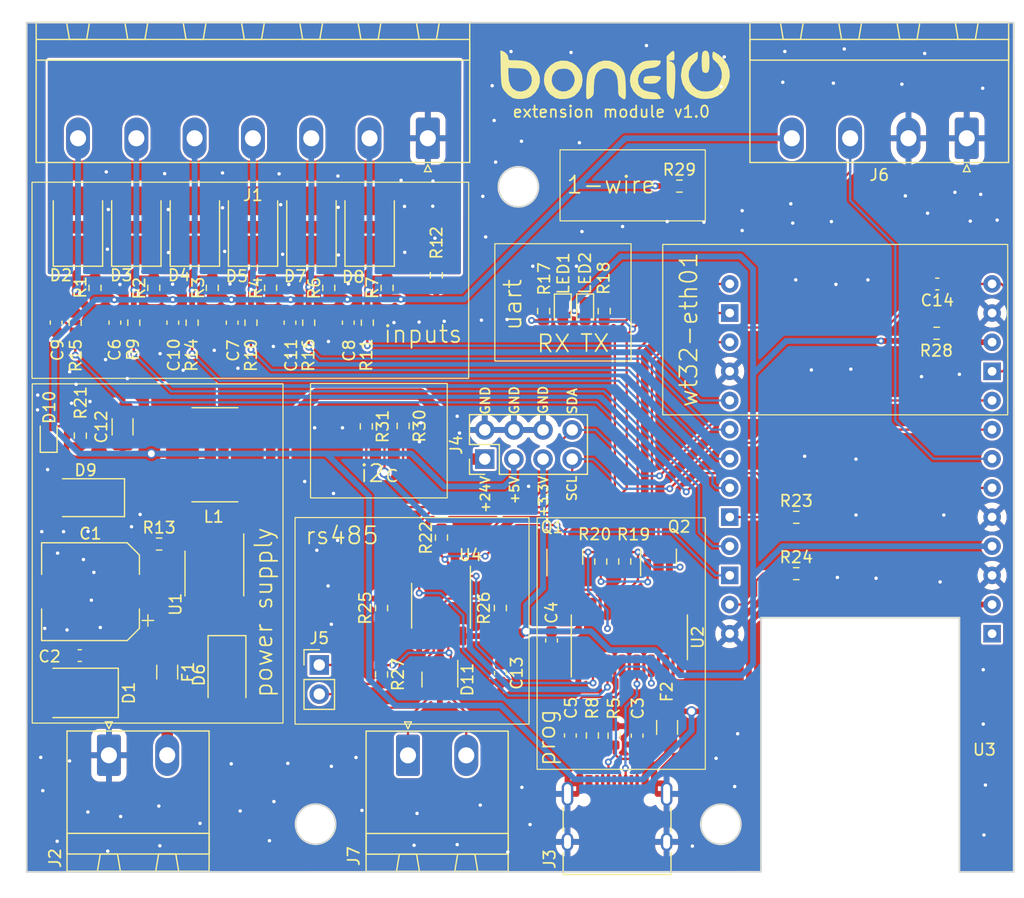
<source format=kicad_pcb>
(kicad_pcb (version 20211014) (generator pcbnew)
  (layers (0 "F.Cu" signal) (31 "B.Cu" signal) (34 "B.Paste" user) (35 "F.Paste" user) (36 "B.SilkS" user "B.Silkscreen") (37 "F.SilkS" user "F.Silkscreen") (38 "B.Mask" user) (39 "F.Mask" user) (44 "Edge.Cuts" user))
  (net 0 "")
  (net 1 "+24V")
  (net 2 "+5V")
  (net 3 "GND")
  (net 4 "+3V3")
  (net 5 "VDD")
  (net 6 "Net-(D2-Pad2)")
  (net 7 "Net-(D3-Pad1)")
  (net 8 "Net-(D2-Pad1)")
  (net 9 "B-")
  (net 10 "A+")
  (net 11 "Net-(C5-Pad1)")
  (net 12 "INPUT_5")
  (net 13 "INPUT_3")
  (net 14 "INPUT_1")
  (net 15 "INPUT_6")
  (net 16 "INPUT_4")
  (net 17 "INPUT_2")
  (net 18 "ESP_EN")
  (net 19 "Net-(F2-Pad1)")
  (net 20 "SDA")
  (net 21 "SCL")
  (net 22 "Net-(D4-Pad1)")
  (net 23 "Net-(D5-Pad1)")
  (net 24 "Net-(D6-Pad2)")
  (net 25 "Net-(D7-Pad1)")
  (net 26 "Net-(D8-Pad1)")
  (net 27 "Net-(D9-Pad1)")
  (net 28 "Net-(D10-Pad2)")
  (net 29 "Net-(LED1-Pad1)")
  (net 30 "Net-(LED2-Pad1)")
  (net 31 "Net-(Q1-Pad1)")
  (net 32 "Net-(Q1-Pad2)")
  (net 33 "Net-(Q2-Pad1)")
  (net 34 "Net-(Q2-Pad2)")
  (net 35 "GPIO0")
  (net 36 "Net-(R13-Pad2)")
  (net 37 "RX")
  (net 38 "TX")
  (net 39 "Net-(R23-Pad1)")
  (net 40 "Net-(R24-Pad1)")
  (net 48 "GPIO5")
  (net 50 "Net-(J3-PadA6)")
  (net 51 "Net-(J3-PadB5)")
  (net 53 "Net-(J3-PadA7)")
  (net 54 "Net-(J3-PadA5)")
  (net 56 "Net-(J5-Pad1)")
  (net 57 "DE")
  (footprint "Resistor_SMD:R_0603_1608Metric" (layer "F.Cu") (at 89.6 74.59 -90)
    (fp_text reference "R9")
    (fp_text value "330R")
  )
  (footprint "Resistor_SMD:R_0603_1608Metric" (layer "F.Cu") (at 130.29 95.405 90)
    (fp_text reference "R20")
    (fp_text value "10k/R0603")
  )
  (footprint "LED_SMD:LED_0603_1608Metric" (layer "F.Cu") (at 82.18 84.4 90)
    (fp_text reference "D10")
    (fp_text value "LED_RED")
  )
  (footprint "Resistor_SMD:R_0603_1608Metric" (layer "F.Cu") (at 106.59 71.555 90)
    (fp_text reference "R6")
    (fp_text value "10k/R0603")
  )
  (footprint "Resistor_SMD:R_0603_1608Metric" (layer "F.Cu") (at 84.94 84.44 90)
    (fp_text reference "R21")
    (fp_text value "1.2k/R0603")
  )
  (footprint "RF_Module:WT32_ETH01" (layer "F.Cu") (at 153.66612 67.42032)
    (fp_text reference "U3")
    (fp_text value "WT32-ETH01")
  )
  (footprint "Connector_PinHeader_2.54mm:PinHeader_2x04_P2.54mm_Vertical" (layer "F.Cu") (at 120.18 86.475 90)
    (fp_text reference "J4")
    (fp_text value "Conn_02x04_Odd_Even")
  )
  (footprint "Package_SO:SO-8_3.9x4.9mm_P1.27mm" (layer "F.Cu") (at 96.62 96.45 -90)
    (fp_text reference "U1")
    (fp_text value "5V")
  )
  (footprint "Capacitor_SMD:C_1206_3216Metric" (layer "F.Cu") (at 88.62 83.665 90)
    (fp_text reference "C12")
    (fp_text value "10uF")
  )
  (footprint "Resistor_SMD:R_0603_1608Metric" (layer "F.Cu") (at 104.84 74.59 -90)
    (fp_text reference "R16")
    (fp_text value "330R")
  )
  (footprint "Diode_SMD:D_SMA" (layer "F.Cu") (at 97.72 105.26 -90)
    (fp_text reference "D6")
    (fp_text value "SS34")
  )
  (footprint "Connector_PinHeader_2.54mm:PinHeader_1x02_P2.54mm_Vertical" (layer "F.Cu") (at 105.76 104.415)
    (fp_text reference "J5")
    (fp_text value "ZWORKA")
  )
  (footprint "Connector_Phoenix_MSTB:PhoenixContact_MSTBA_2,5_4-G-5,08_1x04_P5.08mm_Horizontal" (layer "F.Cu") (at 162.18 58.52 180)
    (fp_text reference "J6")
    (fp_text value "Screw_Terminal_01x04")
  )
  (footprint "Resistor_SMD:R_0603_1608Metric" (layer "F.Cu") (at 116.41 93.315 90)
    (fp_text reference "R22")
    (fp_text value "10k/R0603")
  )
  (footprint "Resistor_SMD:R_0603_1608Metric" (layer "F.Cu") (at 115.96 70.46 -90)
    (fp_text reference "R12")
    (fp_text value "10R")
  )
  (footprint "Resistor_SMD:R_0603_1608Metric" (layer "F.Cu") (at 94.68 74.59 -90)
    (fp_text reference "R14")
    (fp_text value "330R")
  )
  (footprint "Capacitor_SMD:C_0603_1608Metric" (layer "F.Cu") (at 126 102.275 -90)
    (fp_text reference "C4")
    (fp_text value "100nF/C0603")
  )
  (footprint "Diode_SMD:D_SMB" (layer "F.Cu") (at 89.82 66.12 90)
    (fp_text reference "D3")
    (fp_text value "P6SMB6.8A")
  )
  (footprint "Diode_SMD:D_SMA" (layer "F.Cu") (at 85.39 89.84 180)
    (fp_text reference "D9")
    (fp_text value "SS34")
  )
  (footprint "Capacitor_SMD:C_0603_1608Metric" (layer "F.Cu") (at 98.17 74.59 -90)
    (fp_text reference "C7")
    (fp_text value "100nF/C0603")
  )
  (footprint "Resistor_SMD:R_0603_1608Metric" (layer "F.Cu") (at 129.56 110.565 90)
    (fp_text reference "R8")
    (fp_text value "5.1k")
  )
  (footprint "Resistor_SMD:R_0603_1608Metric" (layer "F.Cu") (at 147.325 91.55)
    (fp_text reference "R23")
    (fp_text value "10k/R0603")
  )
  (footprint "Capacitor_SMD:C_0603_1608Metric" (layer "F.Cu") (at 159.615 71.22 180)
    (fp_text reference "C14")
    (fp_text value "100nF/C0603")
  )
  (footprint "Package_TO_SOT_SMD:SOT-23" (layer "F.Cu") (at 127.16 94.9825 90)
    (fp_text reference "Q1")
    (fp_text value "BC817-40")
  )
  (footprint "Connector_USB:USB_C_Receptacle_HRO_TYPE-C-31-M-12" (layer "F.Cu") (at 131.71 118.78)
    (fp_text reference "J3")
    (fp_text value "GT-USB-7010AN")
  )
  (footprint "Capacitor_SMD:C_0603_1608Metric" (layer "F.Cu") (at 93 74.59 -90)
    (fp_text reference "C10")
    (fp_text value "100nF/C0603")
  )
  (footprint "Package_SO:SOP-8_3.9x4.9mm_P1.27mm" (layer "F.Cu") (at 116.37 99.26 -90)
    (fp_text reference "U4")
    (fp_text value "MAX3485E")
  )
  (footprint "Diode_SMD:D_SMB" (layer "F.Cu") (at 94.92 66.12 90)
    (fp_text reference "D4")
    (fp_text value "P6SMB6.8A")
  )
  (footprint "Resistor_SMD:R_0603_1608Metric" (layer "F.Cu") (at 113.07 83.585 -90)
    (fp_text reference "R30")
    (fp_text value "4.7k/R0603")
  )
  (footprint "LED_SMD:LED_0603_1608Metric" (layer "F.Cu") (at 128.93 73.5775 -90)
    (fp_text reference "LED2")
    (fp_text value "LED_BLUE/L0603")
  )
  (footprint "Resistor_SMD:R_0603_1608Metric" (layer "F.Cu") (at 132.38 95.395 90)
    (fp_text reference "R19")
    (fp_text value "10k/R0603")
  )
  (footprint "Resistor_SMD:R_0603_1608Metric" (layer "F.Cu") (at 121.54 99.455 90)
    (fp_text reference "R26")
    (fp_text value "4.7k/R0603")
  )
  (footprint "Capacitor_SMD:C_0603_1608Metric" (layer "F.Cu") (at 127.64 110.56 -90)
    (fp_text reference "C5")
    (fp_text value "100nF/C0603")
  )
  (footprint "Diode_SMD:D_SMB" (layer "F.Cu") (at 105.08 66.12 90)
    (fp_text reference "D7")
    (fp_text value "P6SMB6.8A")
  )
  (footprint "Capacitor_SMD:C_0603_1608Metric" (layer "F.Cu") (at 133.46 110.575 -90)
    (fp_text reference "C3")
    (fp_text value "100nF/C0603")
  )
  (footprint "Connector_Phoenix_MSTB:PhoenixContact_MSTBA_2,5_2-G-5,08_1x02_P5.08mm_Horizontal" (layer "F.Cu") (at 87.43 112.28)
    (fp_text reference "J2")
    (fp_text value "Screw_Terminal_01x02")
  )
  (footprint "Fuse:Fuse_1206_3216Metric" (layer "F.Cu") (at 136.07 109.86 90)
    (fp_text reference "F2")
    (fp_text value "6V 500mA ")
  )
  (footprint "Package_TO_SOT_SMD:SOT-23" (layer "F.Cu") (at 116.27 105.69 -90)
    (fp_text reference "D11")
    (fp_text value "SM712/SOT23")
  )
  (footprint "Capacitor_SMD:C_0603_1608Metric" (layer "F.Cu") (at 87.95 74.59 -90)
    (fp_text reference "C6")
    (fp_text value "100nF/C0603")
  )
  (footprint "Fuse:Fuse_1206_3216Metric" (layer "F.Cu") (at 92.51 105.04 -90)
    (fp_text reference "F1")
    (fp_text value "BSMD1206-100-24V")
  )
  (footprint "Capacitor_SMD:C_0603_1608Metric" (layer "F.Cu") (at 103.21 74.59 -90)
    (fp_text reference "C11")
    (fp_text value "100nF/C0603")
  )
  (footprint "Capacitor_SMD:C_0603_1608Metric" (layer "F.Cu") (at 84.89 103.6 180)
    (fp_text reference "C2")
    (fp_text value "100n")
  )
  (footprint "Package_TO_SOT_SMD:SOT-23" (layer "F.Cu") (at 135.32 94.97 90)
    (fp_text reference "Q2")
    (fp_text value "BC817-40")
  )
  (footprint "Connector_Phoenix_MSTB:PhoenixContact_MSTBA_2,5_7-G-5,08_1x07_P5.08mm_Horizontal" (layer "F.Cu") (at 115.22 58.52 180)
    (fp_text reference "J1")
    (fp_text value "Screw_Terminal_01x07")
  )
  (footprint "Capacitor_SMD:C_0603_1608Metric" (layer "F.Cu") (at 108.29 74.59 -90)
    (fp_text reference "C8")
    (fp_text value "100nF/C0603")
  )
  (footprint "Resistor_SMD:R_0603_1608Metric" (layer "F.Cu") (at 101.52 71.555 90)
    (fp_text reference "R4")
    (fp_text value "10k/R0603")
  )
  (footprint "Capacitor_SMD:C_0603_1608Metric" (layer "F.Cu") (at 82.83 74.59 -90)
    (fp_text reference "C9")
    (fp_text value "100nF/C0603")
  )
  (footprint "Resistor_SMD:R_0603_1608Metric" (layer "F.Cu") (at 91.34 71.555 90)
    (fp_text reference "R2")
    (fp_text value "10k/R0603")
  )
  (footprint "Diode_SMD:D_SMB" (layer "F.Cu") (at 84.73 66.12 90)
    (fp_text reference "D2")
    (fp_text value "P6SMB6.8A")
  )
  (footprint "Diode_SMD:D_SMB" (layer "F.Cu") (at 84.7 106.85 180)
    (fp_text reference "D1")
    (fp_text value "SMBJ28CA")
  )
  (footprint "Capacitor_SMD:CP_Elec_8x10" (layer "F.Cu") (at 85.8275 98.03 180)
    (fp_text reference "C1")
    (fp_text value "100uF/50V")
  )
  (footprint "Diode_SMD:D_SMB" (layer "F.Cu") (at 99.99 66.12 90)
    (fp_text reference "D5")
    (fp_text value "P6SMB6.8A")
  )
  (footprint "Resistor_SMD:R_0603_1608Metric" (layer "F.Cu") (at 111.19 105.24 -90)
    (fp_text reference "R27")
    (fp_text value "120R/R0603")
  )
  (footprint "Resistor_SMD:R_0603_1608Metric" (layer "F.Cu") (at 109.86 83.63 -90)
    (fp_text reference "R31")
    (fp_text value "4.7k/R0603")
  )
  (footprint "Resistor_SMD:R_0603_1608Metric" (layer "F.Cu") (at 131.45 110.575 90)
    (fp_text reference "R5")
    (fp_text value "5.1k")
  )
  (footprint "Resistor_SMD:R_0603_1608Metric" (layer "F.Cu") (at 99.81 74.59 -90)
    (fp_text reference "R10")
    (fp_text value "330R")
  )
  (footprint "Resistor_SMD:R_0603_1608Metric" (layer "F.Cu") (at 147.325 96.46)
    (fp_text reference "R24")
    (fp_text value "10k/R0603")
  )
  (footprint "Resistor_SMD:R_0603_1608Metric" (layer "F.Cu") (at 159.56 75.51)
    (fp_text reference "R28")
    (fp_text value "4.7k/R0603")
  )
  (footprint "LED_SMD:LED_0603_1608Metric" (layer "F.Cu") (at 126.98 73.5775 -90)
    (fp_text reference "LED1")
    (fp_text value "LED_BLUE/L0603")
  )
  (footprint "Resistor_SMD:R_0603_1608Metric" (layer "F.Cu") (at 109.95 74.59 -90)
    (fp_text reference "R11")
    (fp_text value "330R")
  )
  (footprint "Diode_SMD:D_SMB" (layer "F.Cu") (at 110.15 66.12 90)
    (fp_text reference "D8")
    (fp_text value "P6SMB6.8A")
  )
  (footprint "Resistor_SMD:R_0603_1608Metric" (layer "F.Cu") (at 84.49 74.59 -90)
    (fp_text reference "R15")
    (fp_text value "330R")
  )
  (footprint "Resistor_SMD:R_0603_1608Metric" (layer "F.Cu") (at 111.67 71.555 90)
    (fp_text reference "R7")
    (fp_text value "10k/R0603")
  )
  (footprint "Connector_Phoenix_MSTB:PhoenixContact_MSTBA_2,5_2-G-5,08_1x02_P5.08mm_Horizontal" (layer "F.Cu") (at 113.49 112.29)
    (fp_text reference "J7")
    (fp_text value "Screw_Terminal_01x02")
  )
  (footprint "boneIO_LOGO:boneIO_LOGO" (layer "F.Cu") (at 131.55 53)
    (fp_text reference "G***" hide)
    (fp_text value "LOGO" hide)
  )
  (footprint "Resistor_SMD:R_0603_1608Metric" (layer "F.Cu") (at 91.805 93.88)
    (fp_text reference "R13")
    (fp_text value "100k")
  )
  (footprint "Resistor_SMD:R_0603_1608Metric" (layer "F.Cu") (at 130.59 73.5775 90)
    (fp_text reference "R18")
    (fp_text value "1.2k/R0603")
  )
  (footprint "Resistor_SMD:R_0603_1608Metric" (layer "F.Cu") (at 111.19 99.455 90)
    (fp_text reference "R25")
    (fp_text value "4.7k/R0603")
  )
  (footprint "Resistor_SMD:R_0603_1608Metric" (layer "F.Cu") (at 96.44 71.555 90)
    (fp_text reference "R3")
    (fp_text value "10k/R0603")
  )
  (footprint "Resistor_SMD:R_0603_1608Metric" (layer "F.Cu") (at 137.145 62.69)
    (fp_text reference "R29")
    (fp_text value "4.7k/R0603")
  )
  (footprint "Resistor_SMD:R_0603_1608Metric" (layer "F.Cu") (at 125.31 73.5775 90)
    (fp_text reference "R17")
    (fp_text value "1.2k/R0603")
  )
  (footprint "Capacitor_SMD:C_0603_1608Metric" (layer "F.Cu") (at 121.54 105.125 -90)
    (fp_text reference "C13")
    (fp_text value "100nF/C0603")
  )
  (footprint "Inductor_SMD:L_Bourns_SRN8040TA" (layer "F.Cu") (at 96.665 86.1 180)
    (fp_text reference "L1")
    (fp_text value "68uH")
  )
  (footprint "Package_SO:SOIC-16_3.9x9.9mm_P1.27mm" (layer "F.Cu") (at 132.78 102.01 90)
    (fp_text reference "U2")
    (fp_text value "CH340C")
  )
  (footprint "Resistor_SMD:R_0603_1608Metric" (layer "F.Cu") (at 86.22 71.555 90)
    (fp_text reference "R1")
    (fp_text value "10k/R0603")
  )
  (gr_rect (start 80.73 62.35) (end 118.78 79.44) (layer "F.SilkS") (width 0.1) (fill none))
  (gr_rect (start 105 79.89) (end 116.91 89.86) (layer "F.SilkS") (width 0.1) (fill none))
  (gr_rect (start 103.65 91.57) (end 124.04 109.57) (layer "F.SilkS") (width 0.1) (fill none))
  (gr_rect (start 121.06 67.71) (end 132.93 77.93) (layer "F.SilkS") (width 0.1) (fill none))
  (gr_rect (start 124.74 91.59) (end 139.4 113.51) (layer "F.SilkS") (width 0.1) (fill none))
  (gr_rect (start 80.75 79.92) (end 102.6 109.48) (layer "F.SilkS") (width 0.1) (fill none))
  (gr_rect (start 126.74 59.53) (end 139.4 65.72) (layer "F.SilkS") (width 0.1) (fill none))
  (gr_rect (start 135.69 67.77) (end 165.75 82.62) (layer "F.SilkS") (width 0.1) (fill none))
  (gr_circle (center 123.1125 62.752994) (end 124.8625 62.752994) (layer "Edge.Cuts") (width 0.15) (fill none))
  (gr_line (start 166.27 122.45) (end 161.55 122.45) (layer "Edge.Cuts") (width 0.15))
  (gr_line (start 80.27 48.45) (end 80.27 122.45) (layer "Edge.Cuts") (width 0.15))
  (gr_line (start 161.55 100.29) (end 144.25 100.29) (layer "Edge.Cuts") (width 0.15))
  (gr_line (start 166.27 122.45) (end 166.27 48.45) (layer "Edge.Cuts") (width 0.15))
  (gr_line (start 166.27 48.45) (end 80.27 48.45) (layer "Edge.Cuts") (width 0.15))
  (gr_line (start 161.55 122.45) (end 161.55 100.29) (layer "Edge.Cuts") (width 0.15))
  (gr_circle (center 105.4425 118.29) (end 107.1925 118.29) (layer "Edge.Cuts") (width 0.15) (fill none))
  (gr_circle (center 140.7525 118.3) (end 142.5025 118.3) (layer "Edge.Cuts") (width 0.15) (fill none))
  (gr_line (start 144.25 122.44) (end 80.27 122.45) (layer "Edge.Cuts") (width 0.15))
  (gr_line (start 144.25 122.44) (end 144.25 100.29) (layer "Edge.Cuts") (width 0.15))
  (gr_text "GND" (at 120.23 81.37 90) (layer "F.SilkS") (effects (font (size 0.8 0.8))))
  (gr_text "wt32-eth01" (at 137.95 75.2 90) (layer "F.SilkS") (effects (font (size 1.5 1.5))))
  (gr_text "uart" (at 122.62 73.03 90) (layer "F.SilkS") (effects (font (size 1.5 1.5))))
  (gr_text "i2c" (at 111.03 87.72) (layer "F.SilkS") (effects (font (size 1.5 1.5))))
  (gr_text "extension module v1.0" (at 131.21 56.21) (layer "F.SilkS") (effects (font (size 1 1))))
  (gr_text "+24V" (at 120.23 89.55 90) (layer "F.SilkS") (effects (font (size 0.8 0.8))))
  (gr_text "GND" (at 125.27 81.32 90) (layer "F.SilkS") (effects (font (size 0.8 0.8))))
  (gr_text "prog" (at 125.56 110.74 90) (layer "F.SilkS") (effects (font (size 1.5 1.5))))
  (gr_text "GND" (at 122.76 81.35 90) (layer "F.SilkS") (effects (font (size 0.8 0.8))))
  (gr_text "TX" (at 129.76 76.39) (layer "F.SilkS") (effects (font (size 1.5 1.5))))
  (gr_text "inputs" (at 114.8 75.59) (layer "F.SilkS") (effects (font (size 1.5 1.5))))
  (gr_text "power supply" (at 100.91 99.84 90) (layer "F.SilkS") (effects (font (size 1.5 1.5))))
  (gr_text "1-wire" (at 131.19 62.58) (layer "F.SilkS") (effects (font (size 1.5 1.5))))
  (gr_text "RX" (at 126.18 76.42) (layer "F.SilkS") (effects (font (size 1.5 1.5))))
  (gr_text "SCL" (at 127.78 89.03 90) (layer "F.SilkS") (effects (font (size 0.8 0.8))))
  (gr_text "+3.3V" (at 125.29 89.73 90) (layer "F.SilkS") (effects (font (size 0.8 0.8))))
  (gr_text "SDA" (at 127.81 81.44 90) (layer "F.SilkS") (effects (font (size 0.8 0.8))))
  (gr_text "rs485" (at 107.74 93.14) (layer "F.SilkS") (effects (font (size 1.5 1.5))))
  (gr_text "+5V" (at 122.77 89.17 90) (layer "F.SilkS") (effects (font (size 0.8 0.8))))
  (segment (start 85.665 103.6) (end 88.17 103.6) (width 1) (layer "F.Cu") (net 1))
  (segment (start 90 101.77) (end 89.0775 100.8475) (width 1) (layer "F.Cu") (net 1))
  (segment (start 117.615 86.475) (end 120.18 86.475) (width 1) (layer "F.Cu") (net 1))
  (segment (start 102.64 101.39) (end 102.64 94.03) (width 1) (layer "F.Cu") (net 1))
  (segment (start 97.72 103.26) (end 96.17 103.26) (width 1) (layer "F.Cu") (net 1))
  (segment (start 116.24 82.48) (end 116.24 85.42) (width 1) (layer "F.Cu") (net 1))
  (segment (start 102.64 94.03) (end 102.64 83.7) (width 1) (layer "F.Cu") (net 1))
  (segment (start 102.64 83.7) (end 105.53 80.81) (width 1) (layer "F.Cu") (net 1))
  (segment (start 94.68 101.77) (end 90 101.77) (width 1) (layer "F.Cu") (net 1))
  (segment (start 114.57 80.81) (end 116.24 82.48) (width 1) (layer "F.Cu") (net 1))
  (segment (start 117.57 86.43) (end 117.615 86.475) (width 1) (layer "F.Cu") (net 1))
  (segment (start 116.24 85.42) (end 117.25 86.43) (width 1) (layer "F.Cu") (net 1))
  (segment (start 117.25 86.43) (end 117.57 86.43) (width 1) (layer "F.Cu") (net 1))
  (segment (start 97.72 103.26) (end 100.77 103.26) (width 1) (layer "F.Cu") (net 1))
  (segment (start 100.77 103.26) (end 102.64 101.39) (width 1) (layer "F.Cu") (net 1))
  (segment (start 96.17 103.26) (end 94.68 101.77) (width 1) (layer "F.Cu") (net 1))
  (segment (start 88.17 103.6) (end 90 101.77) (width 1) (layer "F.Cu") (net 1))
  (segment (start 98.525 93.875) (end 102.485 93.875) (width 1) (layer "F.Cu") (net 1))
  (segment (start 105.53 80.81) (end 114.57 80.81) (width 1) (layer "F.Cu") (net 1))
  (segment (start 89.0775 100.8475) (end 89.0775 98.03) (width 1) (layer "F.Cu") (net 1))
  (segment (start 102.485 93.875) (end 102.64 94.03) (width 1) (layer "F.Cu") (net 1))
  (segment (start 97.74 72.58) (end 97.54 72.38) (width 0.5) (layer "F.Cu") (net 2))
  (segment (start 98.1 72.58) (end 97.74 72.58) (width 0.5) (layer "F.Cu") (net 2))
  (segment (start 136.31 62.68) (end 136.32 62.69) (width 0.5) (layer "F.Cu") (net 2))
  (segment (start 86.23 85.28) (end 84.955 85.28) (width 0.5) (layer "F.Cu") (net 2))
  (segment (start 87.69 72.38) (end 87.9 72.59) (width 0.5) (layer "F.Cu") (net 2))
  (segment (start 141.45 108.46) (end 138.2 108.46) (width 0.5) (layer "F.Cu") (net 2))
  (segment (start 93.74 86) (end 93.84 86.1) (width 0.5) (layer "F.Cu") (net 2))
  (segment (start 86.22 72.38) (end 87.69 72.38) (width 0.5) (layer "F.Cu") (net 2))
  (segment (start 133.46 108.85) (end 133.46 109.8) (width 0.5) (layer "F.Cu") (net 2))
  (segment (start 138.2 108.46) (end 136.07 108.46) (width 0.5) (layer "F.Cu") (net 2))
  (segment (start 136.07 108.46) (end 133.85 108.46) (width 0.5) (layer "F.Cu") (net 2))
  (segment (start 97.54 72.38) (end 96.44 72.38) (width 0.5) (layer "F.Cu") (net 2))
  (segment (start 90.27 85.14) (end 91.13 86) (width 0.5) (layer "F.Cu") (net 2))
  (segment (start 92.51 72.58) (end 92.31 72.38) (width 0.5) (layer "F.Cu") (net 2))
  (segment (start 103.26 72.58) (end 102.65 72.58) (width 0.5) (layer "F.Cu") (net 2))
  (segment (start 144.84 99.15) (end 143.2 100.79) (width 0.5) (layer "F.Cu") (net 2))
  (segment (start 133.85 108.46) (end 133.46 108.85) (width 0.5) (layer "F.Cu") (net 2))
  (segment (start 92.99 72.58) (end 92.51 72.58) (width 0.5) (layer "F.Cu") (net 2))
  (segment (start 91.13 86) (end 93.74 86) (width 0.5) (layer "F.Cu") (net 2))
  (segment (start 164.39 99.15) (end 144.84 99.15) (width 0.5) (layer "F.Cu") (net 2))
  (segment (start 111.69 72.4) (end 111.67 72.38) (width 0.5) (layer "F.Cu") (net 2))
  (segment (start 108.03 72.38) (end 108.21 72.56) (width 0.5) (layer "F.Cu") (net 2))
  (segment (start 112.87 72.55) (end 112.72 72.4) (width 0.5) (layer "F.Cu") (net 2))
  (segment (start 88.62 85.14) (end 90.27 85.14) (width 0.5) (layer "F.Cu") (net 2))
  (segment (start 92.31 72.38) (end 91.34 72.38) (width 0.5) (layer "F.Cu") (net 2))
  (segment (start 143.2 106.71) (end 141.45 108.46) (width 0.5) (layer "F.Cu") (net 2))
  (segment (start 106.59 72.38) (end 108.03 72.38) (width 0.5) (layer "F.Cu") (net 2))
  (segment (start 84.955 85.28) (end 84.94 85.265) (width 0.5) (layer "F.Cu") (net 2))
  (segment (start 102.45 72.38) (end 101.52 72.38) (width 0.5) (layer "F.Cu") (net 2))
  (segment (start 88.62 85.14) (end 86.37 85.14) (width 0.5) (layer "F.Cu") (net 2))
  (segment (start 102.65 72.58) (end 102.45 72.38) (width 0.5) (layer "F.Cu") (net 2))
  (segment (start 143.2 100.79) (end 143.2 106.71) (width 0.5) (layer "F.Cu") (net 2))
  (segment (start 112.72 72.4) (end 111.69 72.4) (width 0.5) (layer "F.Cu") (net 2))
  (segment (start 86.37 85.14) (end 86.23 85.28) (width 0.5) (layer "F.Cu") (net 2))
  (segment (start 135.03 62.68) (end 136.31 62.68) (width 0.5) (layer "F.Cu") (net 2))
  (via (at 92.99 72.58) (size 0.6) (drill 0.3) (layers "F.Cu" "B.Cu") (net 2))
  (via (at 98.1 72.58) (size 0.6) (drill 0.3) (layers "F.Cu" "B.Cu") (net 2))
  (via (at 112.87 72.55) (size 0.6) (drill 0.3) (layers "F.Cu" "B.Cu") (net 2))
  (via (at 87.9 72.59) (size 0.6) (drill 0.3) (layers "F.Cu" "B.Cu") (net 2))
  (via (at 103.26 72.58) (size 0.6) (drill 0.3) (layers "F.Cu" "B.Cu") (net 2))
  (via (at 138.2 108.46) (size 0.9) (drill 0.6) (layers "F.Cu" "B.Cu") (net 2))
  (via (at 108.21 72.56) (size 0.6) (drill 0.3) (layers "F.Cu" "B.Cu") (net 2))
  (via (at 91.13 86) (size 0.9) (drill 0.6) (layers "F.Cu" "B.Cu") (net 2))
  (via (at 135.03 62.68) (size 0.6) (drill 0.3) (layers "F.Cu" "B.Cu") (net 2))
  (segment (start 87.9 72.59) (end 92.98 72.59) (width 0.5) (layer "B.Cu") (net 2))
  (segment (start 87.9 72.59) (end 86.23 72.59) (width 0.5) (layer "B.Cu") (net 2))
  (segment (start 110.1 89.72) (end 106.38 86) (width 0.5) (layer "B.Cu") (net 2))
  (segment (start 138.2 110.16) (end 133.98 114.38) (width 0.5) (layer "B.Cu") (net 2))
  (segment (start 127.9 63.04) (end 128.26 62.68) (width 0.5) (layer "B.Cu") (net 2))
  (segment (start 118.39 72.55) (end 127.9 63.04) (width 0.5) (layer "B.Cu") (net 2))
  (segment (start 103.26 72.58) (end 108.19 72.58) (width 0.5) (layer "B.Cu") (net 2))
  (segment (start 116.64 88.86) (end 121.86 88.86) (width 0.5) (layer "B.Cu") (net 2))
  (segment (start 82.67 83.82) (end 84.85 86) (width 0.5) (layer "B.Cu") (net 2))
  (segment (start 112.39 107.95) (end 110.1 105.66) (width 0.5) (layer "B.Cu") (net 2))
  (segment (start 127.9 63.04) (end 132.42 58.52) (width 0.5) (layer "B.Cu") (net 2))
  (segment (start 92.98 72.59) (end 92.99 72.58) (width 0.5) (layer "B.Cu") (net 2))
  (segment (start 105.51 86) (end 91.13 86) (width 0.5) (layer "B.Cu") (net 2))
  (segment (start 113.78 86) (end 116.64 88.86) (width 0.5) (layer "B.Cu") (net 2))
  (segment (start 108.21 72.56) (end 112.86 72.56) (width 0.5) (layer "B.Cu") (net 2))
  (segment (start 122.72 88) (end 122.72 86.475) (width 0.5) (layer "B.Cu") (net 2))
  (segment (start 82.67 76.15) (end 82.67 83.82) (width 0.5) (layer "B.Cu") (net 2))
  (segment (start 112.87 72.55) (end 118.39 72.55) (width 0.5) (layer "B.Cu") (net 2))
  (segment (start 105.51 86) (end 113.78 86) (width 0.5) (layer "B.Cu") (net 2))
  (segment (start 138.2 108.46) (end 138.2 110.16) (width 0.5) (layer "B.Cu") (net 2))
  (segment (start 121.86 88.86) (end 122.72 88) (width 0.5) (layer "B.Cu") (net 2))
  (segment (start 84.85 86) (end 91.13 86) (width 0.5) (layer "B.Cu") (net 2))
  (segment (start 108.19 72.58) (end 108.21 72.56) (width 0.5) (layer "B.Cu") (net 2))
  (segment (start 98.1 72.58) (end 103.26 72.58) (width 0.5) (layer "B.Cu") (net 2))
  (segment (start 92.99 72.58) (end 98.1 72.58) (width 0.5) (layer "B.Cu") (net 2))
  (segment (start 121.582824 107.95) (end 112.39 107.95) (width 0.5) (layer "B.Cu") (net 2))
  (segment (start 106.38 86) (end 105.51 86) (width 0.5) (layer "B.Cu") (net 2))
  (segment (start 112.86 72.56) (end 112.87 72.55) (width 0.5) (layer "B.Cu") (net 2))
  (segment (start 110.1 105.66) (end 110.1 89.72) (width 0.5) (layer "B.Cu") (net 2))
  (segment (start 133.98 114.38) (end 128.012824 114.38) (width 0.5) (layer "B.Cu") (net 2))
  (segment (start 86.23 72.59) (end 82.67 76.15) (width 0.5) (layer "B.Cu") (net 2))
  (segment (start 132.42 58.52) (end 146.94 58.52) (width 0.5) (layer "B.Cu") (net 2))
  (segment (start 128.012824 114.38) (end 121.582824 107.95) (width 0.5) (layer "B.Cu") (net 2))
  (segment (start 128.26 62.68) (end 135.03 62.68) (width 0.5) (layer "B.Cu") (net 2))
  (via (at 106.53 97.53) (size 0.6) (drill 0.3) (layers "F.Cu" "B.Cu") (net 3))
  (via (at 108.29 71.2) (size 0.6) (drill 0.3) (layers "F.Cu" "B.Cu") (net 3))
  (via (at 119.79 116.63) (size 0.6) (drill 0.3) (layers "F.Cu" "B.Cu") (net 3))
  (via (at 128.65 66.65) (size 0.6) (drill 0.3) (layers "F.Cu" "B.Cu") (net 3))
  (via (at 82.92 119.78) (size 0.6) (drill 0.3) (layers "F.Cu" "B.Cu") (net 3))
  (via (at 107.78 83.75) (size 0.6) (drill 0.3) (layers "F.Cu" "B.Cu") (net 3))
  (via (at 146.33 50.96) (size 0.6) (drill 0.3) (layers "F.Cu" "B.Cu") (net 3))
  (via (at 117.78 120.07) (size 0.6) (drill 0.3) (layers "F.Cu" "B.Cu") (net 3))
  (via (at 146.85 64.23) (size 0.6) (drill 0.3) (layers "F.Cu" "B.Cu") (net 3))
  (via (at 121 56.97) (size 0.6) (drill 0.3) (layers "F.Cu" "B.Cu") (net 3))
  (via (at 147.02 65.91) (size 0.6) (drill 0.3) (layers "F.Cu" "B.Cu") (net 3))
  (via (at 85.9 98.77) (size 0.6) (drill 0.3) (layers "F.Cu" "B.Cu") (net 3))
  (via (at 117.78 82.74) (size 0.6) (drill 0.3) (layers "F.Cu" "B.Cu") (net 3))
  (via (at 147.28 70.86) (size 0.6) (drill 0.3) (layers "F.Cu" "B.Cu") (net 3))
  (via (at 98.67 78.56) (size 0.6) (drill 0.3) (layers "F.Cu" "B.Cu") (net 3))
  (via (at 97.98 71.22) (size 0.6) (drill 0.3) (layers "F.Cu" "B.Cu") (net 3))
  (via (at 95.37 118.22) (size 0.6) (drill 0.3) (layers "F.Cu" "B.Cu") (net 3))
  (via (at 122.12 74.31) (size 0.6) (drill 0.3) (layers "F.Cu" "B.Cu") (net 3))
  (via (at 114.61 83.32) (size 0.6) (drill 0.3) (layers "F.Cu" "B.Cu") (net 3))
  (via (at 158.52 51.13) (size 0.6) (drill 0.3) (layers "F.Cu" "B.Cu") (net 3))
  (via (at 114.02 120.13) (size 0.6) (drill 0.3) (layers "F.Cu" "B.Cu") (net 3))
  (via (at 81.21 82.19) (size 0.6) (drill 0.3) (layers "F.Cu" "B.Cu") (net 3))
  (via (at 98.87 117.14) (size 0.6) (drill 0.3) (layers "F.Cu" "B.Cu") (net 3))
  (via (at 87.14 77.81) (size 0.6) (drill 0.3) (layers "F.Cu" "B.Cu") (net 3))
  (via (at 163.62 104.83) (size 0.6) (drill 0.3) (layers "F.Cu" "B.Cu") (net 3))
  (via (at 92.98 71.24) (size 0.6) (drill 0.3) (layers "F.Cu" "B.Cu") (net 3))
  (via (at 84.57 79.96) (size 0.6) (drill 0.3) (layers "F.Cu" "B.Cu") (net 3))
  (via (at 163.68 119.23) (size 0.6) (drill 0.3) (layers "F.Cu" "B.Cu") (net 3))
  (via (at 158.77 65.05) (size 0.6) (drill 0.3) (layers "F.Cu" "B.Cu") (net 3))
  (via (at 104.49 88.43) (size 0.6) (drill 0.3) (layers "F.Cu" "B.Cu") (net 3))
  (via (at 141.96 115.01) (size 0.6) (drill 0.3) (layers "F.Cu" "B.Cu") (net 3))
  (via (at 90.15 91.3) (size 0.6) (drill 0.3) (layers "F.Cu" "B.Cu") (net 3))
  (via (at 103.11 71.26) (size 0.6) (drill 0.3) (layers "F.Cu" "B.Cu") (net 3))
  (via (at 107 89.47) (size 0.6) (drill 0.3) (layers "F.Cu" "B.Cu") (net 3))
  (via (at 152.53 91.35) (size 0.6) (drill 0.3) (layers "F.Cu" "B.Cu") (net 3))
  (via (at 81.23 80.9) (size 0.6) (drill 0.3) (layers "F.Cu" "B.Cu") (net 3))
  (via (at 105.55 94.42) (size 0.6) (drill 0.3) (layers "F.Cu" "B.Cu") (net 3))
  (via (at 150.39 65.78) (size 0.6) (drill 0.3) (layers "F.Cu" "B.Cu") (net 3))
  (via (at 127.7 51.04) (size 0.6) (drill 0.3) (layers "F.Cu" "B.Cu") (net 3))
  (via (at 86.68 101.15) (size 0.6) (drill 0.3) (layers "F.Cu" "B.Cu") (net 3))
  (via (at 114.46 74.54) (size 0.6) (drill 0.3) (layers "F.Cu" "B.Cu") (net 3))
  (via (at 123.38 58.78) (size 0.6) (drill 0.3) (layers "F.Cu" "B.Cu") (net 3))
  (via (at 85.78 81.46) (size 0.6) (drill 0.3) (layers "F.Cu" "B.Cu") (net 3))
  (via (at 81.49 112.47) (size 0.6) (drill 0.3) (layers "F.Cu" "B.Cu") (net 3))
  (via (at 96.61 77) (size 0.6) (drill 0.3) (layers "F.Cu" "B.Cu") (net 3))
  (via (at 152.53 86.48) (size 0.6) (drill 0.3) (layers "F.Cu" "B.Cu") (net 3))
  (via (at 156.83 63.54) (size 0.6) (drill 0.3) (layers "F.Cu" "B.Cu") (net 3))
  (via (at 128.43 58.91) (size 0.6) (drill 0.3) (layers "F.Cu" "B.Cu") (net 3))
  (via (at 116.65 74.47) (size 0.6) (drill 0.3) (layers "F.Cu" "B.Cu") (net 3))
  (via (at 151.51 50.74) (size 0.6) (drill 0.3) (layers "F.Cu" "B.Cu") (net 3))
  (via (at 121.13 60.6) (size 0.6) (drill 0.3) (layers "F.Cu" "B.Cu") (net 3))
  (via (at 162.49 65.74) (size 0.6) (drill 0.3) (layers "F.Cu" "B.Cu") (net 3))
  (via (at 148.64 78.71) (size 0.6) (drill 0.3) (layers "F.Cu" "B.Cu") (net 3))
  (via (at 93.9 78.73) (size 0.6) (drill 0.3) (layers "F.Cu" "B.Cu") (net 3))
  (via (at 150.78 71.25) (size 0.6) (drill 0.3) (layers "F.Cu" "B.Cu") (net 3))
  (via (at 148.06 86.23) (size 0.6) (drill 0.3) (layers "F.Cu" "B.Cu") (net 3))
  (via (at 153.57 70.86) (size 0.6) (drill 0.3) (layers "F.Cu" "B.Cu") (net 3))
  (via (at 160.18 91.35) (size 0.6) (drill 0.3) (layers "F.Cu" "B.Cu") (net 3))
  (via (at 109.48 117.09) (size 0.6) (drill 0.3) (layers "F.Cu" "B.Cu") (net 3))
  (via (at 105.36 83.75) (size 0.6) (drill 0.3) (layers "F.Cu" "B.Cu") (net 3))
  (via (at 88.39 71.26) (size 0.6) (drill 0.3) (layers "F.Cu" "B.Cu") (net 3))
  (via (at 123.42 115.08) (size 0.6) (drill 0.3) (layers "F.Cu" "B.Cu") (net 3))
  (via (at 150.56 53.72) (size 0.6) (drill 0.3) (layers "F.Cu" "B.Cu") (net 3))
  (via (at 88.45 117.62) (size 0.6) (drill 0.3) (layers "F.Cu" "B.Cu") (net 3))
  (via (at 122.47 50.96) (size 0.6) (drill 0.3) (layers "F.Cu" "B.Cu") (net 3))
  (via (at 114.49 84.96) (size 0.6) (drill 0.3) (layers "F.Cu" "B.Cu") (net 3))
  (via (at 81.58 92.8) (size 0.6) (drill 0.3) (layers "F.Cu" "B.Cu") (net 3))
  (via (at 101.42 119.73) (size 0.6) (drill 0.3) (layers "F.Cu" "B.Cu") (net 3))
  (via (at 164.83 65.65) (size 0.6) (drill 0.3) (layers "F.Cu" "B.Cu") (net 3))
  (via (at 106.81 100.87) (size 0.6) (drill 0.3) (layers "F.Cu" "B.Cu") (net 3))
  (via (at 163.4 63.41) (size 0.6) (drill 0.3) (layers "F.Cu" "B.Cu") (net 3))
  (via (at 82.09 87.39) (size 0.6) (drill 0.3) (layers "F.Cu" "B.Cu") (net 3))
  (via (at 138.27 120.2) (size 0.6) (drill 0.3) (layers "F.Cu" "B.Cu") (net 3))
  (via (at 89.4 92.37) (size 0.6) (drill 0.3) (layers "F.Cu" "B.Cu") (net 3))
  (via (at 120.01 63.58) (size 0.6) (drill 0.3) (layers "F.Cu" "B.Cu") (net 3))
  (via (at 142.61 64.83) (size 0.6) (drill 0.3) (layers "F.Cu" "B.Cu") (net 3))
  (via (at 85.21 95.23) (size 0.6) (drill 0.3) (layers "F.Cu" "B.Cu") (net 3))
  (via (at 84.17 81.61) (size 0.6) (drill 0.3) (layers "F.Cu" "B.Cu") (net 3))
  (via (at 120.26 67.12) (size 0.6) (drill 0.3) (layers "F.Cu" "B.Cu") (net 3))
  (via (at 128.17 69.67) (size 0.6) (drill 0.3) (layers "F.Cu" "B.Cu") (net 3))
  (via (at 114.28 117.35) (size 0.6) (drill 0.3) (layers "F.Cu" "B.Cu") (net 3))
  (via (at 85.6 117.23) (size 0.6) (drill 0.3) (layers "F.Cu" "B.Cu") (net 3))
  (via (at 156.53 53.81) (size 0.6) (drill 0.3) (layers "F.Cu" "B.Cu") (net 3))
  (via (at 161.15 63.23) (size 0.6) (drill 0.3) (layers "F.Cu" "B.Cu") (net 3))
  (via (at 161.54 79.09) (size 0.6) (drill 0.3) (layers "F.Cu" "B.Cu") (net 3))
  (via (at 98.09 113.03) (size 0.6) (drill 0.3) (layers "F.Cu" "B.Cu") (net 3))
  (via (at 122.19 120.72) (size 0.6) (drill 0.3) (layers "F.Cu" "B.Cu") (net 3))
  (via (at 91.78 116.71) (size 0.6) (drill 0.3) (layers "F.Cu" "B.Cu") (net 3))
  (via (at 120.83 53.94) (size 0.6) (drill 0.3) (layers "F.Cu" "B.Cu") (net 3))
  (via (at 139.28 65.83) (size 0.6) (drill 0.3) (layers "F.Cu" "B.Cu") (net 3))
  (via (at 83.48 92.8) (size 0.6) (drill 0.3) (layers "F.Cu" "B.Cu") (net 3))
  (via (at 141.05 51.43) (size 0.6) (drill 0.3) (layers "F.Cu" "B.Cu") (net 3))
  (via (at 142.22 110.41) (size 0.6) (drill 0.3) (layers "F.Cu" "B.Cu") (net 3))
  (via (at 107.36 93.56) (size 0.6) (drill 0.3) (layers "F.Cu" "B.Cu") (net 3))
  (via (at 103.02 112.99) (size 0.6) (drill 0.3) (layers "F.Cu" "B.Cu") (net 3))
  (via (at 112.27 74.58) (size 0.6) (drill 0.3) (layers "F.Cu" "B.Cu") (net 3))
  (via (at 87.33 120.64) (size 0.6) (drill 0.3) (layers "F.Cu" "B.Cu") (net 3))
  (via (at 140.79 54.03) (size 0.6) (drill 0.3) (layers "F.Cu" "B.Cu") (net 3))
  (via (at 146.15 53.64) (size 0.6) (drill 0.3) (layers "F.Cu" "B.Cu") (net 3))
  (via (at 134.27 50.44) (size 0.6) (drill 0.3) (layers "F.Cu" "B.Cu") (net 3))
  (via (at 150.91 96.79) (size 0.6) (drill 0.3) (layers "F.Cu" "B.Cu") (net 3))
  (via (at 89.04 79.46) (size 0.6) (drill 0.3) (layers "F.Cu" "B.Cu") (net 3))
  (via (at 86.12 96.35) (size 0.6) (drill 0.3) (layers "F.Cu" "B.Cu") (net 3))
  (via (at 81.67 115.37) (size 0.6) (drill 0.3) (layers "F.Cu" "B.Cu") (net 3))
  (via (at 108.96 112.48) (size 0.6) (drill 0.3) (layers "F.Cu" "B.Cu") (net 3))
  (via (at 158.24 79.29) (size 0.6) (drill 0.3) (layers "F.Cu" "B.Cu") (net 3))
  (via (at 163.81 114.88) (size 0.6) (drill 0.3) (layers "F.Cu" "B.Cu") (net 3))
  (via (at 83.78 101.36) (size 0.6) (drill 0.3) (layers "F.Cu" "B.Cu") (net 3))
  (via (at 106.82 113.25) (size 0.6) (drill 0.3) (layers "F.Cu" "B.Cu") (net 3))
  (via (at 132.19 66.21) (size 0.6) (drill 0.3) (layers "F.Cu" "B.Cu") (net 3))
  (via (at 152.08 78.64) (size 0.6) (drill 0.3) (layers "F.Cu" "B.Cu") (net 3))
  (via (at 124.37 69.67) (size 0.6) (drill 0.3) (layers "F.Cu" "B.Cu") (net 3))
  (via (at 91.89 77.29) (size 0.6) (drill 0.3) (layers "F.Cu" "B.Cu") (net 3))
  (via (at 101.81 116.32) (size 0.6) (drill 0.3) (layers "F.Cu" "B.Cu") (net 3))
  (via (at 163.57 54.16) (size 0.6) (drill 0.3) (layers "F.Cu" "B.Cu") (net 3))
  (via (at 159.86 97.18) (size 0.6) (drill 0.3) (layers "F.Cu" "B.Cu") (net 3))
  (via (at 140.34 112.55) (size 0.6) (drill 0.3) (layers "F.Cu" "B.Cu") (net 3))
  (via (at 82.96 94.67) (size 0.6) (drill 0.3) (layers "F.Cu" "B.Cu") (net 3))
  (via (at 163.62 109.57) (size 0.6) (drill 0.3) (layers "F.Cu" "B.Cu") (net 3))
  (via (at 154.28 96.86) (size 0.6) (drill 0.3) (layers "F.Cu" "B.Cu") (net 3))
  (via (at 119.89 74.37) (size 0.6) (drill 0.3) (layers "F.Cu" "B.Cu") (net 3))
  (via (at 142.61 66.56) (size 0.6) (drill 0.3) (layers "F.Cu" "B.Cu") (net 3))
  (via (at 85.61 92.78) (size 0.6) (drill 0.3) (layers "F.Cu" "B.Cu") (net 3))
  (via (at 81.84 101.23) (size 0.6) (drill 0.3) (layers "F.Cu" "B.Cu") (net 3))
  (via (at 84 112.78) (size 0.6) (drill 0.3) (layers "F.Cu" "B.Cu") (net 3))
  (via (at 91.87 120.17) (size 0.6) (drill 0.3) (layers "F.Cu" "B.Cu") (net 3))
  (via (at 136.08 65.78) (size 0.6) (drill 0.3) (layers "F.Cu" "B.Cu") (net 3))
  (via (at 117.98 84.21) (size 0.6) (drill 0.3) (layers "F.Cu" "B.Cu") (net 3))
  (via (at 103.26 77.48) (size 0.6) (drill 0.3) (layers "F.Cu" "B.Cu") (net 3))
  (via (at 84.01 78.87) (size 0.6) (drill 0.3) (layers "F.Cu" "B.Cu") (net 3))
  (via (at 124 88.85) (size 0.6) (drill 0.3) (layers "F.Cu" "B.Cu") (net 3))
  (via (at 101.76 76.66) (size 0.6) (drill 0.3) (layers "F.Cu" "B.Cu") (net 3))
  (via (at 106.56 76.23) (size 0.6) (drill 0.3) (layers "F.Cu" "B.Cu") (net 3))
  (via (at 124.13 118.32) (size 0.6) (drill 0.3) (layers "F.Cu" "B.Cu") (net 3))
  (segment (start 111.43 87.66) (end 111.44 87.65) (width 0.2) (layer "F.Cu") (net 4))
  (segment (start 156.79 76.18) (end 157.46 75.51) (width 0.5) (layer "F.Cu") (net 4))
  (segment (start 157.46 75.51) (end 158.735 75.51) (width 0.5) (layer "F.Cu") (net 4))
  (segment (start 111.44 87.65) (end 111.44 85.18) (width 0.2) (layer "F.Cu") (net 4))
  (segment (start 121.54 101.1) (end 121.54 100.28) (width 0.5) (layer "F.Cu") (net 4))
  (segment (start 123.78 101.48) (end 121.92 101.48) (width 0.5) (layer "F.Cu") (net 4))
  (segment (start 162.71 76.29) (end 164.39 76.29) (width 0.5) (layer "F.Cu") (net 4))
  (segment (start 156.21 76.18) (end 156.79 76.18) (width 0.5) (layer "F.Cu") (net 4))
  (segment (start 123.78 101.48) (end 125.98 101.48) (width 0.5) (layer "F.Cu") (net 4))
  (segment (start 154.71 76.18) (end 156.21 76.18) (width 0.5) (layer "F.Cu") (net 4))
  (segment (start 128.05 101.5) (end 128.38 101.17) (width 0.5) (layer "F.Cu") (net 4))
  (segment (start 121.92 101.48) (end 120.21 101.48) (width 0.5) (layer "F.Cu") (net 4))
  (segment (start 111.305 85.045) (end 111.305 82.805) (width 0.2) (layer "F.Cu") (net 4))
  (segment (start 162.7 76.28) (end 162.71 76.29) (width 0.5) (layer "F.Cu") (net 4))
  (segment (start 121.54 104.35) (end 121.54 103.72) (width 0.5) (layer "F.Cu") (net 4))
  (segment (start 128.38 99.58) (end 128.335 99.535) (width 0.5) (layer "F.Cu") (net 4))
  (segment (start 127.805 73.54) (end 126.98 74.365) (width 0.2) (layer "F.Cu") (net 4))
  (segment (start 121.92 101.48) (end 121.54 101.1) (width 0.5) (layer "F.Cu") (net 4))
  (segment (start 156.21 76.18) (end 157.19 76.18) (width 0.5) (layer "F.Cu") (net 4))
  (segment (start 126 101.5) (end 128.05 101.5) (width 0.5) (layer "F.Cu") (net 4))
  (segment (start 125.98 101.48) (end 126 101.5) (width 0.5) (layer "F.Cu") (net 4))
  (segment (start 119.79 101.9) (end 118.29 101.9) (width 0.5) (layer "F.Cu") (net 4))
  (segment (start 127.98 73.54) (end 127.805 73.54) (width 0.2) (layer "F.Cu") (net 4))
  (segment (start 128.93 74.365) (end 128.805 74.365) (width 0.2) (layer "F.Cu") (net 4))
  (segment (start 113.025 82.805) (end 113.07 82.76) (width 0.2) (layer "F.Cu") (net 4))
  (segment (start 157.19 76.18) (end 158.09 77.08) (width 0.5) (layer "F.Cu") (net 4))
  (segment (start 113.03 82.8) (end 113.07 82.76) (width 0.5) (layer "F.Cu") (net 4))
  (segment (start 111.305 82.805) (end 113.025 82.805) (width 0.2) (layer "F.Cu") (net 4))
  (segment (start 128.805 74.365) (end 127.98 73.54) (width 0.2) (layer "F.Cu") (net 4))
  (segment (start 120.21 101.48) (end 119.79 101.9) (width 0.5) (layer "F.Cu") (net 4))
  (segment (start 118.29 101.9) (end 118.275 101.885) (width 0.5) (layer "F.Cu") (net 4))
  (segment (start 161.9 77.08) (end 162.7 76.28) (width 0.5) (layer "F.Cu") (net 4))
  (segment (start 158.09 77.08) (end 161.9 77.08) (width 0.5) (layer "F.Cu") (net 4))
  (segment (start 111.44 85.18) (end 111.305 85.045) (width 0.2) (layer "F.Cu") (net 4))
  (segment (start 109.86 82.805) (end 111.305 82.805) (width 0.2) (layer "F.Cu") (net 4))
  (segment (start 121.54 103.72) (end 123.78 101.48) (width 0.5) (layer "F.Cu") (net 4))
  (segment (start 128.38 101.17) (end 128.38 99.58) (width 0.5) (layer "F.Cu") (net 4))
  (via (at 154.71 76.18) (size 0.6) (drill 0.3) (layers "F.Cu" "B.Cu") (net 4))
  (via (at 123.78 101.48) (size 0.9) (drill 0.6) (layers "F.Cu" "B.Cu") (net 4))
  (via (at 111.43 87.66) (size 0.9) (drill 0.6) (layers "F.Cu" "B.Cu") (net 4))
  (via (at 127.98 73.54) (size 0.6) (drill 0.3) (layers "F.Cu" "B.Cu") (net 4))
  (segment (start 143.56 79.05) (end 146.37 76.24) (width 0.5) (layer "B.Cu") (net 4))
  (segment (start 125.26 91.13) (end 125.26 86.475) (width 0.5) (layer "B.Cu") (net 4))
  (segment (start 131.06 103.12) (end 129.42 101.48) (width 0.5) (layer "B.Cu") (net 4))
  (segment (start 123.78 99.2) (end 123.78 101.48) (width 0.5) (layer "B.Cu") (net 4))
  (segment (start 143.56 97.54) (end 143.56 104.33) (width 0.5) (layer "B.Cu") (net 4))
  (segment (start 111.43 87.66) (end 111.43 87.81) (width 0.5) (layer "B.Cu") (net 4))
  (segment (start 146.37 76.24) (end 146.43 76.18) (width 0.5) (layer "B.Cu") (net 4))
  (segment (start 125.26 97.72) (end 124.19 98.79) (width 0.5) (layer "B.Cu") (net 4))
  (segment (start 124.19 98.79) (end 123.78 99.2) (width 0.5) (layer "B.Cu") (net 4))
  (segment (start 143.56 79.59) (end 143.56 69.91) (width 0.5) (layer "B.Cu") (net 4))
  (segment (start 129.42 101.48) (end 123.78 101.48) (width 0.5) (layer "B.Cu") (net 4))
  (segment (start 143.56 96.64) (end 146.13 94.07) (width 0.5) (layer "B.Cu") (net 4))
  (segment (start 135.01 103.12) (end 131.06 103.12) (width 0.5) (layer "B.Cu") (net 4))
  (segment (start 137.21 105.32) (end 135.01 103.12) (width 0.5) (layer "B.Cu") (net 4))
  (segment (start 115.41 91.79) (end 125.2 91.79) (width 0.5) (layer "B.Cu") (net 4))
  (segment (start 146.43 76.18) (end 154.71 76.18) (width 0.5) (layer "B.Cu") (net 4))
  (segment (start 143.56 69.91) (end 142.47 68.82) (width 0.5) (layer "B.Cu") (net 4))
  (segment (start 146.13 94.07) (end 164.39 94.07) (width 0.5) (layer "B.Cu") (net 4))
  (segment (start 143.56 97.54) (end 143.56 79.59) (width 0.5) (layer "B.Cu") (net 4))
  (segment (start 142.57 105.32) (end 137.21 105.32) (width 0.5) (layer "B.Cu") (net 4))
  (segment (start 143.56 79.59) (end 143.56 79.05) (width 0.5) (layer "B.Cu") (net 4))
  (segment (start 127.98 72.9) (end 127.98 73.54) (width 0.5) (layer "B.Cu") (net 4))
  (segment (start 125.2 91.79) (end 125.26 91.85) (width 0.5) (layer "B.Cu") (net 4))
  (segment (start 142.47 68.82) (end 132.06 68.82) (width 0.5) (layer "B.Cu") (net 4))
  (segment (start 143.56 97.54) (end 143.56 96.64) (width 0.5) (layer "B.Cu") (net 4))
  (segment (start 132.06 68.82) (end 127.98 72.9) (width 0.5) (layer "B.Cu") (net 4))
  (segment (start 125.26 91.13) (end 125.26 97.72) (width 0.5) (layer "B.Cu") (net 4))
  (segment (start 125.26 91.85) (end 125.26 91.13) (width 0.5) (layer "B.Cu") (net 4))
  (segment (start 143.56 104.33) (end 142.57 105.32) (width 0.5) (layer "B.Cu") (net 4))
  (segment (start 111.43 87.81) (end 115.41 91.79) (width 0.5) (layer "B.Cu") (net 4))
  (segment (start 89.27 106.85) (end 86.85 106.85) (width 1) (layer "F.Cu") (net 5))
  (segment (start 92.51 112.28) (end 92.51 106.44) (width 1) (layer "F.Cu") (net 5))
  (segment (start 92.51 106.44) (end 89.68 106.44) (width 1) (layer "F.Cu") (net 5))
  (segment (start 89.68 106.44) (end 89.27 106.85) (width 1) (layer "F.Cu") (net 5))
  (via (at 97.33 64.58) (size 0.6) (drill 0.3) (layers "F.Cu" "B.Cu") (net 6))
  (via (at 102.4 64.31) (size 0.6) (drill 0.3) (layers "F.Cu" "B.Cu") (net 6))
  (via (at 107.41 64.54) (size 0.6) (drill 0.3) (layers "F.Cu" "B.Cu") (net 6))
  (via (at 113.19 64.46) (size 0.6) (drill 0.3) (layers "F.Cu" "B.Cu") (net 6))
  (via (at 92.29 61.6) (size 0.6) (drill 0.3) (layers "F.Cu" "B.Cu") (net 6))
  (via (at 87.38 64.73) (size 0.6) (drill 0.3) (layers "F.Cu" "B.Cu") (net 6))
  (via (at 107.43 68.69) (size 0.6) (drill 0.3) (layers "F.Cu" "B.Cu") (net 6))
  (via (at 87.2 61.45) (size 0.6) (drill 0.3) (layers "F.Cu" "B.Cu") (net 6))
  (via (at 92.62 68.48) (size 0.6) (drill 0.3) (layers "F.Cu" "B.Cu") (net 6))
  (via (at 115.65 64.44) (size 0.6) (drill 0.3) (layers "F.Cu" "B.Cu") (net 6))
  (via (at 115.67 62.25) (size 0.6) (drill 0.3) (layers "F.Cu" "B.Cu") (net 6))
  (via (at 102.26 61.62) (size 0.6) (drill 0.3) (layers "F.Cu" "B.Cu") (net 6))
  (via (at 115.84 67.23) (size 0.6) (drill 0.3) (layers "F.Cu" "B.Cu") (net 6))
  (via (at 97.33 61.54) (size 0.6) (drill 0.3) (layers "F.Cu" "B.Cu") (net 6))
  (via (at 97.52 68.38) (size 0.6) (drill 0.3) (layers "F.Cu" "B.Cu") (net 6))
  (via (at 107.39 61.81) (size 0.6) (drill 0.3) (layers "F.Cu" "B.Cu") (net 6))
  (via (at 113.21 68.46) (size 0.6) (drill 0.3) (layers "F.Cu" "B.Cu") (net 6))
  (via (at 87.3 68.19) (size 0.6) (drill 0.3) (layers "F.Cu" "B.Cu") (net 6))
  (via (at 102.57 68.63) (size 0.6) (drill 0.3) (layers "F.Cu" "B.Cu") (net 6))
  (via (at 112.89 62.19) (size 0.6) (drill 0.3) (layers "F.Cu" "B.Cu") (net 6))
  (via (at 92.6 64.73) (size 0.6) (drill 0.3) (layers "F.Cu" "B.Cu") (net 6))
  (segment (start 89.6 73.765) (end 89.6 71.75) (width 0.5) (layer "F.Cu") (net 7))
  (segment (start 89.6 71.15) (end 90.02 70.73) (width 0.5) (layer "F.Cu") (net 7))
  (segment (start 89.6 71.45) (end 89.6 70.15) (width 0.5) (layer "F.Cu") (net 7))
  (segment (start 89.6 71.75) (end 89.6 71.45) (width 0.5) (layer "F.Cu") (net 7))
  (segment (start 89.6 71.45) (end 89.6 71.15) (width 0.5) (layer "F.Cu") (net 7))
  (segment (start 90.02 70.73) (end 91.34 70.73) (width 0.5) (layer "F.Cu") (net 7))
  (segment (start 89.82 69.93) (end 89.82 68.27) (width 0.5) (layer "F.Cu") (net 7))
  (segment (start 89.6 70.15) (end 89.82 69.93) (width 0.5) (layer "F.Cu") (net 7))
  (via (at 89.6 71.75) (size 0.6) (drill 0.3) (layers "F.Cu" "B.Cu") (net 7))
  (segment (start 89.6 71.75) (end 89.82 71.53) (width 0.5) (layer "B.Cu") (net 7))
  (segment (start 89.82 71.53) (end 89.82 58.52) (width 0.5) (layer "B.Cu") (net 7))
  (segment (start 84.49 70.3) (end 84.73 70.06) (width 0.5) (layer "F.Cu") (net 8))
  (segment (start 84.49 71.8) (end 84.49 70.3) (width 0.5) (layer "F.Cu") (net 8))
  (segment (start 84.49 73.765) (end 84.49 71.8) (width 0.5) (layer "F.Cu") (net 8))
  (segment (start 84.49 71.8) (end 84.49 71.26) (width 0.5) (layer "F.Cu") (net 8))
  (segment (start 85.02 70.73) (end 86.22 70.73) (width 0.5) (layer "F.Cu") (net 8))
  (segment (start 84.49 71.26) (end 85.02 70.73) (width 0.5) (layer "F.Cu") (net 8))
  (segment (start 84.73 70.06) (end 84.73 68.27) (width 0.5) (layer "F.Cu") (net 8))
  (via (at 84.49 71.8) (size 0.6) (drill 0.3) (layers "F.Cu" "B.Cu") (net 8))
  (segment (start 84.74 71.55) (end 84.74 58.52) (width 0.5) (layer "B.Cu") (net 8))
  (segment (start 84.49 71.8) (end 84.74 71.55) (width 0.5) (layer "B.Cu") (net 8))
  (segment (start 117.22 104.7525) (end 117.22 103.51) (width 0.2) (layer "F.Cu") (net 9))
  (segment (start 111.205 104.43) (end 111.19 104.415) (width 0.2) (layer "F.Cu") (net 9))
  (segment (start 117.22 103.51) (end 117.065 103.355) (width 0.2) (layer "F.Cu") (net 9))
  (segment (start 117.065 103.355) (end 117.005 103.295) (width 0.2) (layer "F.Cu") (net 9))
  (segment (start 112.17 104.43) (end 111.205 104.43) (width 0.2) (layer "F.Cu") (net 9))
  (segment (start 111.19 104.415) (end 111.19 100.28) (width 0.2) (layer "F.Cu") (net 9))
  (segment (start 118.57 108.6) (end 117.22 107.25) (width 0.2) (layer "F.Cu") (net 9))
  (segment (start 118.57 112.29) (end 118.57 108.6) (width 0.2) (layer "F.Cu") (net 9))
  (segment (start 117.22 107.25) (end 117.22 104.7525) (width 0.2) (layer "F.Cu") (net 9))
  (segment (start 117.005 103.295) (end 117.005 101.885) (width 0.2) (layer "F.Cu") (net 9))
  (via (at 112.17 104.43) (size 0.6) (drill 0.3) (layers "F.Cu" "B.Cu") (net 9))
  (via (at 117.065 103.355) (size 0.6) (drill 0.3) (layers "F.Cu" "B.Cu") (net 9))
  (segment (start 117.065 103.355) (end 113.525 103.355) (width 0.2) (layer "B.Cu") (net 9))
  (segment (start 112.68 104.2) (end 112.45 104.43) (width 0.2) (layer "B.Cu") (net 9))
  (segment (start 113.525 103.355) (end 112.68 104.2) (width 0.2) (layer "B.Cu") (net 9))
  (segment (start 112.45 104.43) (end 112.17 104.43) (width 0.2) (layer "B.Cu") (net 9))
  (segment (start 114.505 108.055) (end 113.49 109.07) (width 0.2) (layer "F.Cu") (net 10))
  (segment (start 117.02 98.63) (end 115.735 99.915) (width 0.2) (layer "F.Cu") (net 10))
  (segment (start 115.735 101.885) (end 115.735 103.215) (width 0.2) (layer "F.Cu") (net 10))
  (segment (start 115.32 107.24) (end 114.505 108.055) (width 0.2) (layer "F.Cu") (net 10))
  (segment (start 115.735 103.215) (end 115.32 103.63) (width 0.2) (layer "F.Cu") (net 10))
  (segment (start 114.42 108.14) (end 109.28 108.14) (width 0.2) (layer "F.Cu") (net 10))
  (segment (start 114.505 108.055) (end 114.42 108.14) (width 0.2) (layer "F.Cu") (net 10))
  (segment (start 115.32 104.7525) (end 115.32 107.24) (width 0.2) (layer "F.Cu") (net 10))
  (segment (start 108.095 106.955) (end 105.76 106.955) (width 0.2) (layer "F.Cu") (net 10))
  (segment (start 115.32 103.63) (end 115.32 104.7525) (width 0.2) (layer "F.Cu") (net 10))
  (segment (start 115.735 99.915) (end 115.735 101.885) (width 0.2) (layer "F.Cu") (net 10))
  (segment (start 113.49 109.07) (end 113.49 112.29) (width 0.2) (layer "F.Cu") (net 10))
  (segment (start 109.28 108.14) (end 108.095 106.955) (width 0.2) (layer "F.Cu") (net 10))
  (segment (start 121.54 98.63) (end 117.02 98.63) (width 0.2) (layer "F.Cu") (net 10))
  (segment (start 128.69 107.21) (end 127.64 108.26) (width 0.2) (layer "F.Cu") (net 11))
  (segment (start 132.145 106.615) (end 131.55 107.21) (width 0.2) (layer "F.Cu") (net 11))
  (segment (start 127.64 108.26) (end 127.64 109.785) (width 0.2) (layer "F.Cu") (net 11))
  (segment (start 131.55 107.21) (end 128.69 107.21) (width 0.2) (layer "F.Cu") (net 11))
  (segment (start 132.145 104.485) (end 132.145 106.615) (width 0.2) (layer "F.Cu") (net 11))
  (segment (start 88 73.815) (end 89.6 75.415) (width 0.2) (layer "F.Cu") (net 12))
  (segment (start 89.6 77.32) (end 89.6 75.415) (width 0.2) (layer "F.Cu") (net 12))
  (segment (start 87.95 73.815) (end 88 73.815) (width 0.2) (layer "F.Cu") (net 12))
  (via (at 89.6 77.32) (size 0.6) (drill 0.3) (layers "F.Cu" "B.Cu") (net 12))
  (segment (start 140.06 94.07) (end 138.84 92.85) (width 0.2) (layer "B.Cu") (net 12))
  (segment (start 138.84 88.85) (end 130.56 80.57) (width 0.2) (layer "B.Cu") (net 12))
  (segment (start 92.85 80.57) (end 89.6 77.32) (width 0.2) (layer "B.Cu") (net 12))
  (segment (start 138.84 92.85) (end 138.84 88.85) (width 0.2) (layer "B.Cu") (net 12))
  (segment (start 141.53 94.07) (end 140.06 94.07) (width 0.2) (layer "B.Cu") (net 12))
  (segment (start 130.56 80.57) (end 92.85 80.57) (width 0.2) (layer "B.Cu") (net 12))
  (segment (start 98.21 73.815) (end 99.81 75.415) (width 0.2) (layer "F.Cu") (net 13))
  (segment (start 98.17 73.815) (end 98.21 73.815) (width 0.2) (layer "F.Cu") (net 13))
  (segment (start 99.81 76.93) (end 99.81 75.415) (width 0.2) (layer "F.Cu") (net 13))
  (via (at 99.81 76.93) (size 0.6) (drill 0.3) (layers "F.Cu" "B.Cu") (net 13))
  (segment (start 132.72 78.72) (end 101.6 78.72) (width 0.2) (layer "B.Cu") (net 13))
  (segment (start 141.53 86.45) (end 140.45 86.45) (width 0.2) (layer "B.Cu") (net 13))
  (segment (start 140.45 86.45) (end 132.72 78.72) (width 0.2) (layer "B.Cu") (net 13))
  (segment (start 101.6 78.72) (end 99.81 76.93) (width 0.2) (layer "B.Cu") (net 13))
  (segment (start 109.95 76.6) (end 109.95 75.415) (width 0.2) (layer "F.Cu") (net 14))
  (segment (start 108.29 73.815) (end 108.35 73.815) (width 0.2) (layer "F.Cu") (net 14))
  (segment (start 108.35 73.815) (end 109.95 75.415) (width 0.2) (layer "F.Cu") (net 14))
  (via (at 109.95 76.6) (size 0.6) (drill 0.3) (layers "F.Cu" "B.Cu") (net 14))
  (segment (start 138.99 81.37) (end 134.22 76.6) (width 0.2) (layer "B.Cu") (net 14))
  (segment (start 141.53 81.37) (end 138.99 81.37) (width 0.2) (layer "B.Cu") (net 14))
  (segment (start 134.22 76.6) (end 109.95 76.6) (width 0.2) (layer "B.Cu") (net 14))
  (segment (start 137.74 89.33) (end 139.37 87.7) (width 0.2) (layer "F.Cu") (net 15))
  (segment (start 145.18 88.99) (end 164.39 88.99) (width 0.2) (layer "F.Cu") (net 15))
  (segment (start 84.5 75.425) (end 84.49 75.415) (width 0.2) (layer "F.Cu") (net 15))
  (segment (start 82.89 73.815) (end 84.49 75.415) (width 0.2) (layer "F.Cu") (net 15))
  (segment (start 82.83 73.815) (end 82.89 73.815) (width 0.2) (layer "F.Cu") (net 15))
  (segment (start 139.37 87.7) (end 143.89 87.7) (width 0.2) (layer "F.Cu") (net 15))
  (segment (start 143.89 87.7) (end 145.18 88.99) (width 0.2) (layer "F.Cu") (net 15))
  (segment (start 84.5 77.41) (end 84.5 75.425) (width 0.2) (layer "F.Cu") (net 15))
  (via (at 137.74 89.33) (size 0.6) (drill 0.3) (layers "F.Cu" "B.Cu") (net 15))
  (via (at 84.5 77.41) (size 0.6) (drill 0.3) (layers "F.Cu" "B.Cu") (net 15))
  (segment (start 129.93 81.53) (end 88.62 81.53) (width 0.2) (layer "B.Cu") (net 15))
  (segment (start 137.74 89.33) (end 137.73 89.33) (width 0.2) (layer "B.Cu") (net 15))
  (segment (start 137.73 89.33) (end 129.93 81.53) (width 0.2) (layer "B.Cu") (net 15))
  (segment (start 88.62 81.53) (end 84.5 77.41) (width 0.2) (layer "B.Cu") (net 15))
  (segment (start 93 73.815) (end 93.08 73.815) (width 0.2) (layer "F.Cu") (net 16))
  (segment (start 93.08 73.815) (end 94.68 75.415) (width 0.2) (layer "F.Cu") (net 16))
  (segment (start 94.68 77.27) (end 94.68 75.415) (width 0.2) (layer "F.Cu") (net 16))
  (via (at 94.68 77.27) (size 0.6) (drill 0.3) (layers "F.Cu" "B.Cu") (net 16))
  (segment (start 140.025 88.625) (end 140.39 88.99) (width 0.2) (layer "B.Cu") (net 16))
  (segment (start 140.39 88.99) (end 141.53 88.99) (width 0.2) (layer "B.Cu") (net 16))
  (segment (start 131.84 79.65) (end 140.025 87.835) (width 0.2) (layer "B.Cu") (net 16))
  (segment (start 140.025 87.835) (end 140.025 88.625) (width 0.2) (layer "B.Cu") (net 16))
  (segment (start 94.68 77.27) (end 97.06 79.65) (width 0.2) (layer "B.Cu") (net 16))
  (segment (start 97.06 79.65) (end 131.84 79.65) (width 0.2) (layer "B.Cu") (net 16))
  (segment (start 103.24 73.815) (end 104.84 75.415) (width 0.2) (layer "F.Cu") (net 17))
  (segment (start 103.21 73.815) (end 103.24 73.815) (width 0.2) (layer "F.Cu") (net 17))
  (segment (start 104.84 76.73) (end 104.84 75.415) (width 0.2) (layer "F.Cu") (net 17))
  (via (at 104.84 76.73) (size 0.6) (drill 0.3) (layers "F.Cu" "B.Cu") (net 17))
  (segment (start 105.84 77.73) (end 104.84 76.73) (width 0.2) (layer "B.Cu") (net 17))
  (segment (start 133.79 77.73) (end 105.84 77.73) (width 0.2) (layer "B.Cu") (net 17))
  (segment (start 141.53 83.91) (end 139.97 83.91) (width 0.2) (layer "B.Cu") (net 17))
  (segment (start 139.97 83.91) (end 133.79 77.73) (width 0.2) (layer "B.Cu") (net 17))
  (segment (start 160.385 73.295) (end 160.385 71.225) (width 0.2) (layer "F.Cu") (net 18))
  (segment (start 164.39 71.21) (end 165.2 71.21) (width 0.2) (layer "F.Cu") (net 18))
  (segment (start 165.2 71.21) (end 165.92 71.93) (width 0.2) (layer "F.Cu") (net 18))
  (segment (start 156.885 73.295) (end 160.385 73.295) (width 0.2) (layer "F.Cu") (net 18))
  (segment (start 165.92 71.93) (end 165.92 78.22) (width 0.2) (layer "F.Cu") (net 18))
  (segment (start 127.78 92.06) (end 132.32 92.06) (width 0.2) (layer "F.Cu") (net 18))
  (segment (start 133.5 76.98) (end 135.47 75.01) (width 0.2) (layer "F.Cu") (net 18))
  (segment (start 164.39 71.21) (end 160.4 71.21) (width 0.2) (layer "F.Cu") (net 18))
  (segment (start 135.47 75.01) (end 155.17 75.01) (width 0.2) (layer "F.Cu") (net 18))
  (segment (start 165.92 78.22) (end 165.31 78.83) (width 0.2) (layer "F.Cu") (net 18))
  (segment (start 160.4 71.21) (end 160.39 71.22) (width 0.2) (layer "F.Cu") (net 18))
  (segment (start 160.385 75.51) (end 160.385 73.295) (width 0.2) (layer "F.Cu") (net 18))
  (segment (start 127.16 92.68) (end 127.78 92.06) (width 0.2) (layer "F.Cu") (net 18))
  (segment (start 133.5 90.88) (end 133.5 76.98) (width 0.2) (layer "F.Cu") (net 18))
  (segment (start 165.31 78.83) (end 164.39 78.83) (width 0.2) (layer "F.Cu") (net 18))
  (segment (start 127.16 94.045) (end 127.16 92.68) (width 0.2) (layer "F.Cu") (net 18))
  (segment (start 160.385 71.225) (end 160.39 71.22) (width 0.2) (layer "F.Cu") (net 18))
  (segment (start 132.32 92.06) (end 133.5 90.88) (width 0.2) (layer "F.Cu") (net 18))
  (segment (start 155.17 75.01) (end 156.885 73.295) (width 0.2) (layer "F.Cu") (net 18))
  (segment (start 135.11 113.08) (end 134.6 113.08) (width 0.5) (layer "F.Cu") (net 19))
  (segment (start 134.16 113.52) (end 134.2 113.48) (width 0.2) (layer "F.Cu") (net 19))
  (segment (start 134.6 113.08) (end 134.2 113.48) (width 0.5) (layer "F.Cu") (net 19))
  (segment (start 133.666082 116.16) (end 129.76 116.16) (width 0.2) (layer "F.Cu") (net 19))
  (segment (start 134.6 113.08) (end 134.16 113.52) (width 0.5) (layer "F.Cu") (net 19))
  (segment (start 134.16 115.666082) (end 133.666082 116.16) (width 0.2) (layer "F.Cu") (net 19))
  (segment (start 136.07 111.26) (end 136.07 112.12) (width 0.5) (layer "F.Cu") (net 19))
  (segment (start 129.76 116.16) (end 129.26 115.66) (width 0.2) (layer "F.Cu") (net 19))
  (segment (start 129.26 115.66) (end 129.26 114.735) (width 0.2) (layer "F.Cu") (net 19))
  (segment (start 136.07 112.12) (end 135.11 113.08) (width 0.5) (layer "F.Cu") (net 19))
  (segment (start 134.16 114.735) (end 134.16 115.666082) (width 0.2) (layer "F.Cu") (net 19))
  (segment (start 134.16 113.52) (end 134.16 114.735) (width 0.5) (layer "F.Cu") (net 19))
  (segment (start 116.11 90.06) (end 113.07 87.02) (width 0.2) (layer "F.Cu") (net 20))
  (segment (start 124.87 90.06) (end 116.11 90.06) (width 0.2) (layer "F.Cu") (net 20))
  (segment (start 164.39 81.37) (end 145.42 81.37) (width 0.2) (layer "F.Cu") (net 20))
  (segment (start 127.8 83.935) (end 126.52 85.215) (width 0.2) (layer "F.Cu") (net 20))
  (segment (start 141.29 82.68) (end 140.67 82.68) (width 0.2) (layer "F.Cu") (net 20))
  (segment (start 145.42 81.37) (end 144.21 82.58) (width 0.2) (layer "F.Cu") (net 20))
  (segment (start 144.11 82.68) (end 141.29 82.68) (width 0.2) (layer "F.Cu") (net 20))
  (segment (start 140.67 82.68) (end 135.41 87.94) (width 0.2) (layer "F.Cu") (net 20))
  (segment (start 126.52 85.215) (end 126.52 88.41) (width 0.2) (layer "F.Cu") (net 20))
  (segment (start 126.52 88.41) (end 124.87 90.06) (width 0.2) (layer "F.Cu") (net 20))
  (segment (start 113.07 87.02) (end 113.07 84.41) (width 0.2) (layer "F.Cu") (net 20))
  (segment (start 144.21 82.58) (end 144.11 82.68) (width 0.2) (layer "F.Cu") (net 20))
  (via (at 135.41 87.94) (size 0.6) (drill 0.3) (layers "F.Cu" "B.Cu") (net 20))
  (segment (start 135.41 87.94) (end 133.85 87.94) (width 0.2) (layer "B.Cu") (net 20))
  (segment (start 129.845 83.935) (end 127.8 83.935) (width 0.2) (layer "B.Cu") (net 20))
  (segment (start 133.85 87.94) (end 129.845 83.935) (width 0.2) (layer "B.Cu") (net 20))
  (segment (start 125.5 90.66) (end 112.93 90.66) (width 0.2) (layer "F.Cu") (net 21))
  (segment (start 109.86 87.59) (end 109.86 84.455) (width 0.2) (layer "F.Cu") (net 21))
  (segment (start 127.8 86.475) (end 127.8 88.36) (width 0.2) (layer "F.Cu") (net 21))
  (segment (start 143.83 85.06) (end 143.81 85.08) (width 0.2) (layer "F.Cu") (net 21))
  (segment (start 164.39 83.91) (end 144.98 83.91) (width 0.2) (layer "F.Cu") (net 21))
  (segment (start 140.3 85.06) (end 136.3 89.06) (width 0.2) (layer "F.Cu") (net 21))
  (segment (start 143.83 85.06) (end 140.3 85.06) (width 0.2) (layer "F.Cu") (net 21))
  (segment (start 144.98 83.91) (end 143.83 85.06) (width 0.2) (layer "F.Cu") (net 21))
  (segment (start 127.8 88.36) (end 125.5 90.66) (width 0.2) (layer "F.Cu") (net 21))
  (segment (start 112.93 90.66) (end 109.86 87.59) (width 0.2) (layer "F.Cu") (net 21))
  (via (at 136.3 89.06) (size 0.6) (drill 0.3) (layers "F.Cu" "B.Cu") (net 21))
  (segment (start 132.23 89.06) (end 129.645 86.475) (width 0.2) (layer "B.Cu") (net 21))
  (segment (start 129.645 86.475) (end 127.8 86.475) (width 0.2) (layer "B.Cu") (net 21))
  (segment (start 136.3 89.06) (end 132.23 89.06) (width 0.2) (layer "B.Cu") (net 21))
  (segment (start 94.68 73.765) (end 94.68 71.78) (width 0.5) (layer "F.Cu") (net 22))
  (segment (start 95.27 70.73) (end 96.44 70.73) (width 0.5) (layer "F.Cu") (net 22))
  (segment (start 94.68 70.18) (end 94.92 69.94) (width 0.5) (layer "F.Cu") (net 22))
  (segment (start 94.68 71.78) (end 94.68 71.32) (width 0.5) (layer "F.Cu") (net 22))
  (segment (start 94.92 69.94) (end 94.92 68.27) (width 0.5) (layer "F.Cu") (net 22))
  (segment (start 94.68 71.32) (end 95.27 70.73) (width 0.5) (layer "F.Cu") (net 22))
  (segment (start 94.68 71.78) (end 94.68 70.18) (width 0.5) (layer "F.Cu") (net 22))
  (via (at 94.68 71.78) (size 0.6) (drill 0.3) (layers "F.Cu" "B.Cu") (net 22))
  (segment (start 94.68 71.78) (end 94.9 71.56) (width 0.5) (layer "B.Cu") (net 22))
  (segment (start 94.9 71.56) (end 94.9 58.52) (width 0.5) (layer "B.Cu") (net 22))
  (segment (start 99.81 71.7) (end 99.82 71.69) (width 0.5) (layer "F.Cu") (net 23))
  (segment (start 99.81 70.21) (end 100.05 69.97) (width 0.5) (layer "F.Cu") (net 23))
  (segment (start 99.81 71.47) (end 99.81 71.09) (width 0.5) (layer "F.Cu") (net 23))
  (segment (start 100.05 68.33) (end 99.99 68.27) (width 0.5) (layer "F.Cu") (net 23))
  (segment (start 99.82 71.69) (end 99.81 71.68) (width 0.5) (layer "F.Cu") (net 23))
  (segment (start 99.81 71.47) (end 99.81 70.21) (width 0.5) (layer "F.Cu") (net 23))
  (segment (start 100.18 70.72) (end 101.51 70.72) (width 0.5) (layer "F.Cu") (net 23))
  (segment (start 99.81 73.765) (end 99.81 71.7) (width 0.5) (layer "F.Cu") (net 23))
  (segment (start 101.51 70.72) (end 101.52 70.73) (width 0.5) (layer "F.Cu") (net 23))
  (segment (start 99.81 71.09) (end 100.18 70.72) (width 0.5) (layer "F.Cu") (net 23))
  (segment (start 100.05 69.97) (end 100.05 68.33) (width 0.5) (layer "F.Cu") (net 23))
  (segment (start 99.81 71.68) (end 99.81 71.47) (width 0.5) (layer "F.Cu") (net 23))
  (via (at 99.82 71.69) (size 0.6) (drill 0.3) (layers "F.Cu" "B.Cu") (net 23))
  (segment (start 99.82 71.69) (end 99.98 71.53) (width 0.5) (layer "B.Cu") (net 23))
  (segment (start 99.98 71.53) (end 99.98 58.52) (width 0.5) (layer "B.Cu") (net 23))
  (segment (start 94.86 105.98) (end 94.86 104.16) (width 1) (layer "F.Cu") (net 24))
  (segment (start 97.72 107.26) (end 96.14 107.26) (width 1) (layer "F.Cu") (net 24))
  (segment (start 96.14 107.26) (end 94.86 105.98) (width 1) (layer "F.Cu") (net 24))
  (segment (start 92.55 103.68) (end 92.51 103.64) (width 1) (layer "F.Cu") (net 24))
  (segment (start 94.86 104.16) (end 94.38 103.68) (width 1) (layer "F.Cu") (net 24))
  (segment (start 94.38 103.68) (end 92.55 103.68) (width 1) (layer "F.Cu") (net 24))
  (segment (start 104.84 71.13) (end 105.24 70.73) (width 0.5) (layer "F.Cu") (net 25))
  (segment (start 104.84 70.29) (end 105.08 70.05) (width 0.5) (layer "F.Cu") (net 25))
  (segment (start 104.84 71.77) (end 104.84 71.13) (width 0.5) (layer "F.Cu") (net 25))
  (segment (start 105.24 70.73) (end 106.59 70.73) (width 0.5) (layer "F.Cu") (net 25))
  (segment (start 104.84 73.765) (end 104.84 71.49) (width 0.5) (layer "F.Cu") (net 25))
  (segment (start 104.84 71.49) (end 104.84 71.77) (width 0.5) (layer "F.Cu") (net 25))
  (segment (start 105.08 70.05) (end 105.08 68.27) (width 0.5) (layer "F.Cu") (net 25))
  (segment (start 104.84 71.77) (end 104.84 70.29) (width 0.5) (layer "F.Cu") (net 25))
  (via (at 104.84 71.49) (size 0.6) (drill 0.3) (layers "F.Cu" "B.Cu") (net 25))
  (segment (start 104.84 71.49) (end 105.06 71.27) (width 0.5) (layer "B.Cu") (net 25))
  (segment (start 105.06 71.27) (end 105.06 58.52) (width 0.5) (layer "B.Cu") (net 25))
  (segment (start 109.95 71.34) (end 109.95 70.19) (width 0.5) (layer "F.Cu") (net 26))
  (segment (start 110.29 70.73) (end 111.67 70.73) (width 0.5) (layer "F.Cu") (net 26))
  (segment (start 109.95 73.765) (end 109.95 71.74) (width 0.5) (layer "F.Cu") (net 26))
  (segment (start 109.95 71.72) (end 109.95 71.34) (width 0.5) (layer "F.Cu") (net 26))
  (segment (start 109.96 71.73) (end 109.95 71.72) (width 0.5) (layer "F.Cu") (net 26))
  (segment (start 109.95 71.34) (end 109.95 71.07) (width 0.5) (layer "F.Cu") (net 26))
  (segment (start 109.95 71.07) (end 110.29 70.73) (width 0.5) (layer "F.Cu") (net 26))
  (segment (start 109.95 71.74) (end 109.96 71.73) (width 0.5) (layer "F.Cu") (net 26))
  (segment (start 109.95 70.19) (end 110.15 69.99) (width 0.5) (layer "F.Cu") (net 26))
  (segment (start 110.15 69.99) (end 110.15 68.27) (width 0.5) (layer "F.Cu") (net 26))
  (via (at 109.96 71.73) (size 0.6) (drill 0.3) (layers "F.Cu" "B.Cu") (net 26))
  (segment (start 109.96 71.73) (end 110.14 71.55) (width 0.5) (layer "B.Cu") (net 26))
  (segment (start 110.14 71.55) (end 110.14 58.52) (width 0.5) (layer "B.Cu") (net 26))
  (segment (start 97.255 93.875) (end 97.255 92.065) (width 0.5) (layer "F.Cu") (net 27))
  (segment (start 97.255 93.875) (end 97.255 95.115) (width 0.5) (layer "F.Cu") (net 27))
  (segment (start 87.39 94.58) (end 87.39 89.84) (width 0.5) (layer "F.Cu") (net 27))
  (segment (start 88.5 95.69) (end 87.39 94.58) (width 0.5) (layer "F.Cu") (net 27))
  (segment (start 99.49 89.83) (end 99.49 86.1) (width 0.5) (layer "F.Cu") (net 27))
  (segment (start 96.68 95.69) (end 88.5 95.69) (width 0.5) (layer "F.Cu") (net 27))
  (segment (start 97.255 92.065) (end 99.49 89.83) (width 0.5) (layer "F.Cu") (net 27))
  (segment (start 97.255 95.115) (end 96.68 95.69) (width 0.5) (layer "F.Cu") (net 27))
  (segment (start 82.18 83.6125) (end 84.9375 83.6125) (width 0.2) (layer "F.Cu") (net 28))
  (segment (start 84.9375 83.6125) (end 84.94 83.615) (width 0.2) (layer "F.Cu") (net 28))
  (segment (start 125.31 72.7525) (end 126.9425 72.7525) (width 0.2) (layer "F.Cu") (net 29))
  (segment (start 126.9425 72.7525) (end 126.98 72.79) (width 0.2) (layer "F.Cu") (net 29))
  (segment (start 130.5525 72.79) (end 130.59 72.7525) (width 0.2) (layer "F.Cu") (net 30))
  (segment (start 128.93 72.79) (end 130.5525 72.79) (width 0.2) (layer "F.Cu") (net 30))
  (segment (start 126.57 97.86) (end 126.17 97.46) (width 0.2) (layer "F.Cu") (net 31))
  (segment (start 126.17 97.46) (end 126.17 95.96) (width 0.2) (layer "F.Cu") (net 31))
  (segment (start 126.17 95.96) (end 126.21 95.92) (width 0.2) (layer "F.Cu") (net 31))
  (segment (start 132.38 96.22) (end 132.38 97.26) (width 0.2) (layer "F.Cu") (net 31))
  (segment (start 132.38 97.26) (end 131.78 97.86) (width 0.2) (layer "F.Cu") (net 31))
  (segment (start 131.78 97.86) (end 126.57 97.86) (width 0.2) (layer "F.Cu") (net 31))
  (segment (start 130.875 101.235) (end 130.88 101.24) (width 0.2) (layer "F.Cu") (net 32))
  (segment (start 129.19 94.58) (end 128.45 94.58) (width 0.2) (layer "F.Cu") (net 32))
  (segment (start 128.45 94.58) (end 128.11 94.92) (width 0.2) (layer "F.Cu") (net 32))
  (segment (start 130.875 99.535) (end 130.875 101.235) (width 0.2) (layer "F.Cu") (net 32))
  (segment (start 130.29 94.58) (end 129.19 94.58) (width 0.2) (layer "F.Cu") (net 32))
  (segment (start 128.11 94.92) (end 128.11 95.92) (width 0.2) (layer "F.Cu") (net 32))
  (via (at 129.19 94.58) (size 0.6) (drill 0.3) (layers "F.Cu" "B.Cu") (net 32))
  (via (at 130.88 101.24) (size 0.6) (drill 0.3) (layers "F.Cu" "B.Cu") (net 32))
  (segment (start 130.88 101.24) (end 130.88 99.67) (width 0.2) (layer "B.Cu") (net 32))
  (segment (start 129.19 97.98) (end 129.19 94.58) (width 0.2) (layer "B.Cu") (net 32))
  (segment (start 130.88 99.67) (end 129.19 97.98) (width 0.2) (layer "B.Cu") (net 32))
  (segment (start 134.38 95.9175) (end 134.37 95.9075) (width 0.2) (layer "F.Cu") (net 33))
  (segment (start 134.38 97.19) (end 134.38 95.9175) (width 0.2) (layer "F.Cu") (net 33))
  (segment (start 130.29 97.13) (end 130.31 97.15) (width 0.2) (layer "F.Cu") (net 33))
  (segment (start 130.29 96.23) (end 130.29 97.13) (width 0.2) (layer "F.Cu") (net 33))
  (via (at 130.31 97.15) (size 0.6) (drill 0.3) (layers "F.Cu" "B.Cu") (net 33))
  (via (at 134.38 97.19) (size 0.6) (drill 0.3) (layers "F.Cu" "B.Cu") (net 33))
  (segment (start 130.31 97.15) (end 134.34 97.15) (width 0.2) (layer "B.Cu") (net 33))
  (segment (start 134.34 97.15) (end 134.38 97.19) (width 0.2) (layer "B.Cu") (net 33))
  (segment (start 137.1825 95.9075) (end 137.2 95.89) (width 0.2) (layer "F.Cu") (net 34))
  (segment (start 132.145 98.415) (end 133.53 97.03) (width 0.2) (layer "F.Cu") (net 34))
  (segment (start 136.27 95.9075) (end 137.1825 95.9075) (width 0.2) (layer "F.Cu") (net 34))
  (segment (start 133.53 97.03) (end 133.53 94.58) (width 0.2) (layer "F.Cu") (net 34))
  (segment (start 132.39 94.58) (end 132.38 94.57) (width 0.2) (layer "F.Cu") (net 34))
  (segment (start 132.145 99.535) (end 132.145 98.415) (width 0.2) (layer "F.Cu") (net 34))
  (segment (start 133.53 94.58) (end 132.39 94.58) (width 0.2) (layer "F.Cu") (net 34))
  (via (at 133.53 94.58) (size 0.6) (drill 0.3) (layers "F.Cu" "B.Cu") (net 34))
  (via (at 137.2 95.89) (size 0.6) (drill 0.3) (layers "F.Cu" "B.Cu") (net 34))
  (segment (start 134.84 95.89) (end 133.53 94.58) (width 0.2) (layer "B.Cu") (net 34))
  (segment (start 137.2 95.89) (end 134.84 95.89) (width 0.2) (layer "B.Cu") (net 34))
  (segment (start 135.32 94.0325) (end 135.32 91.61) (width 0.2) (layer "F.Cu") (net 35))
  (segment (start 135.32 91.61) (end 134.75 91.04) (width 0.2) (layer "F.Cu") (net 35))
  (segment (start 136.34 76.29) (end 141.53 76.29) (width 0.2) (layer "F.Cu") (net 35))
  (segment (start 134.75 77.88) (end 136.34 76.29) (width 0.2) (layer "F.Cu") (net 35))
  (segment (start 134.75 91.04) (end 134.75 77.88) (width 0.2) (layer "F.Cu") (net 35))
  (segment (start 92.655 93.875) (end 92.63 93.9) (width 0.2) (layer "F.Cu") (net 36))
  (segment (start 94.715 93.875) (end 92.655 93.875) (width 0.2) (layer "F.Cu") (net 36))
  (segment (start 118.31 96.67) (end 118.275 96.635) (width 0.2) (layer "F.Cu") (net 37))
  (segment (start 133.06 75.15) (end 132.55 75.66) (width 0.2) (layer "F.Cu") (net 37))
  (segment (start 132.55 75.66) (end 132.55 89.045006) (width 0.2) (layer "F.Cu") (net 37))
  (segment (start 134.46 73.75) (end 141.53 73.75) (width 0.2) (layer "F.Cu") (net 37))
  (segment (start 130.065006 91.53) (end 121.82 91.53) (width 0.2) (layer "F.Cu") (net 37))
  (segment (start 132.55 89.045006) (end 130.065006 91.53) (width 0.2) (layer "F.Cu") (net 37))
  (segment (start 119.44 96.67) (end 118.31 96.67) (width 0.2) (layer "F.Cu") (net 37))
  (segment (start 129.605 104.485) (end 129.605 105.975) (width 0.2) (layer "F.Cu") (net 37))
  (segment (start 129.605 105.975) (end 129.62 105.99) (width 0.2) (layer "F.Cu") (net 37))
  (segment (start 124.26 74.39) (end 125.2975 74.39) (width 0.2) (layer "F.Cu") (net 37))
  (segment (start 118.275 95.075) (end 118.275 96.635) (width 0.2) (layer "F.Cu") (net 37))
  (segment (start 125.2975 74.39) (end 125.31 74.4025) (width 0.2) (layer "F.Cu") (net 37))
  (segment (start 121.82 91.53) (end 118.275 95.075) (width 0.2) (layer "F.Cu") (net 37))
  (segment (start 133.06 75.15) (end 134.46 73.75) (width 0.2) (layer "F.Cu") (net 37))
  (via (at 124.26 74.39) (size 0.6) (drill 0.3) (layers "F.Cu" "B.Cu") (net 37))
  (via (at 129.62 105.99) (size 0.6) (drill 0.3) (layers "F.Cu" "B.Cu") (net 37))
  (via (at 119.44 96.67) (size 0.6) (drill 0.3) (layers "F.Cu" "B.Cu") (net 37))
  (via (at 133.06 75.15) (size 0.6) (drill 0.3) (layers "F.Cu" "B.Cu") (net 37))
  (segment (start 129.62 105.99) (end 122.7 105.99) (width 0.2) (layer "B.Cu") (net 37))
  (segment (start 132.42 74.51) (end 124.38 74.51) (width 0.2) (layer "B.Cu") (net 37))
  (segment (start 133.06 75.15) (end 132.42 74.51) (width 0.2) (layer "B.Cu") (net 37))
  (segment (start 119.44 102.73) (end 119.44 96.67) (width 0.2) (layer "B.Cu") (net 37))
  (segment (start 122.7 105.99) (end 119.86 103.15) (width 0.2) (layer "B.Cu") (net 37))
  (segment (start 119.86 103.15) (end 119.44 102.73) (width 0.2) (layer "B.Cu") (net 37))
  (segment (start 124.38 74.51) (end 124.26 74.39) (width 0.2) (layer "B.Cu") (net 37))
  (segment (start 130.875 104.485) (end 130.875 106.345) (width 0.2) (layer "F.Cu") (net 38))
  (segment (start 114.465 92.015) (end 114.465 96.635) (width 0.2) (layer "F.Cu") (net 38))
  (segment (start 131.52 89.51) (end 129.89952 91.13048) (width 0.2) (layer "F.Cu") (net 38))
  (segment (start 114.47 96.64) (end 114.465 96.635) (width 0.2) (layer "F.Cu") (net 38))
  (segment (start 130.875 106.345) (end 130.87 106.35) (width 0.2) (layer "F.Cu") (net 38))
  (segment (start 114.47 98.15) (end 114.47 96.64) (width 0.2) (layer "F.Cu") (net 38))
  (segment (start 131.52 75.38) (end 131.52 89.51) (width 0.2) (layer "F.Cu") (net 38))
  (segment (start 135.69 71.21) (end 132.895 74.005) (width 0.2) (layer "F.Cu") (net 38))
  (segment (start 129.89952 91.13048) (end 115.34952 91.13048) (width 0.2) (layer "F.Cu") (net 38))
  (segment (start 132.895 74.005) (end 132.4975 74.4025) (width 0.2) (layer "F.Cu") (net 38))
  (segment (start 132.895 74.005) (end 131.52 75.38) (width 0.2) (layer "F.Cu") (net 38))
  (segment (start 141.53 71.21) (end 135.69 71.21) (width 0.2) (layer "F.Cu") (net 38))
  (segment (start 132.4975 74.4025) (end 130.59 74.4025) (width 0.2) (layer "F.Cu") (net 38))
  (segment (start 115.34952 91.13048) (end 114.465 92.015) (width 0.2) (layer "F.Cu") (net 38))
  (via (at 114.47 98.15) (size 0.6) (drill 0.3) (layers "F.Cu" "B.Cu") (net 38))
  (via (at 130.87 106.35) (size 0.6) (drill 0.3) (layers "F.Cu" "B.Cu") (net 38))
  (segment (start 130.14 107.08) (end 122.25 107.08) (width 0.2) (layer "B.Cu") (net 38))
  (segment (start 130.87 106.35) (end 130.14 107.08) (width 0.2) (layer "B.Cu") (net 38))
  (segment (start 116.35 98.15) (end 114.47 98.15) (width 0.2) (layer "B.Cu") (net 38))
  (segment (start 122.25 107.08) (end 118.31 103.14) (width 0.2) (layer "B.Cu") (net 38))
  (segment (start 118.31 100.11) (end 116.35 98.15) (width 0.2) (layer "B.Cu") (net 38))
  (segment (start 118.31 103.14) (end 118.31 100.11) (width 0.2) (layer "B.Cu") (net 38))
  (segment (start 146.48 91.53) (end 146.5 91.55) (width 0.2) (layer "F.Cu") (net 39))
  (segment (start 141.53 91.53) (end 146.48 91.53) (width 0.2) (layer "F.Cu") (net 39))
  (segment (start 143.83 97.08) (end 144.45 96.46) (width 0.2) (layer "F.Cu") (net 40))
  (segment (start 141.53 99.15) (end 143.05 99.15) (width 0.2) (layer "F.Cu") (net 40))
  (segment (start 144.45 96.46) (end 146.5 96.46) (width 0.2) (layer "F.Cu") (net 40))
  (segment (start 143.05 99.15) (end 143.83 98.37) (width 0.2) (layer "F.Cu") (net 40))
  (segment (start 143.83 98.37) (end 143.83 97.08) (width 0.2) (layer "F.Cu") (net 40))
  (segment (start 150.76 62.69) (end 152.02 61.43) (width 0.2) (layer "F.Cu") (net 48))
  (segment (start 152.02 61.43) (end 152.02 58.52) (width 0.2) (layer "F.Cu") (net 48))
  (segment (start 137.97 62.69) (end 150.76 62.69) (width 0.2) (layer "F.Cu") (net 48))
  (segment (start 155.95 83.13) (end 155.95 67.86) (width 0.2) (layer "B.Cu") (net 48))
  (segment (start 155.95 67.86) (end 152.02 63.93) (width 0.2) (layer "B.Cu") (net 48))
  (segment (start 159.27 86.45) (end 155.95 83.13) (width 0.2) (layer "B.Cu") (net 48))
  (segment (start 164.39 86.45) (end 159.27 86.45) (width 0.2) (layer "B.Cu") (net 48))
  (segment (start 152.02 63.93) (end 152.02 58.52) (width 0.2) (layer "B.Cu") (net 48))
  (segment (start 132.33952 115.76048) (end 132.46 115.64) (width 0.2) (layer "F.Cu") (net 50))
  (segment (start 132.46 115.64) (end 132.46 114.735) (width 0.2) (layer "F.Cu") (net 50))
  (segment (start 132.46 114.735) (end 132.46 113.43) (width 0.2) (layer "F.Cu") (net 50))
  (segment (start 132.46 113.43) (end 132.44 113.41) (width 0.2) (layer "F.Cu") (net 50))
  (segment (start 133.44 104.51) (end 133.415 104.485) (width 0.2) (layer "F.Cu") (net 50))
  (segment (start 131.56048 115.76048) (end 132.33952 115.76048) (width 0.2) (layer "F.Cu") (net 50))
  (segment (start 133.44 106.07) (end 133.44 104.51) (width 0.2) (layer "F.Cu") (net 50))
  (segment (start 131.46 115.66) (end 131.56048 115.76048) (width 0.2) (layer "F.Cu") (net 50))
  (segment (start 131.46 114.735) (end 131.46 115.66) (width 0.2) (layer "F.Cu") (net 50))
  (via (at 132.44 113.41) (size 0.6) (drill 0.3) (layers "F.Cu" "B.Cu") (net 50))
  (via (at 133.44 106.07) (size 0.6) (drill 0.3) (layers "F.Cu" "B.Cu") (net 50))
  (segment (start 133.38 107.13) (end 133.44 107.07) (width 0.2) (layer "B.Cu") (net 50))
  (segment (start 132.44 108.07) (end 133.38 107.13) (width 0.2) (layer "B.Cu") (net 50))
  (segment (start 133.44 107.07) (end 133.44 106.07) (width 0.2) (layer "B.Cu") (net 50))
  (segment (start 132.44 113.41) (end 132.44 108.07) (width 0.2) (layer "B.Cu") (net 50))
  (segment (start 131.93 112.61) (end 131.45 112.13) (width 0.2) (layer "F.Cu") (net 51))
  (segment (start 133.46 114.735) (end 133.46 112.85) (width 0.2) (layer "F.Cu") (net 51))
  (segment (start 131.45 112.13) (end 131.45 111.4) (width 0.2) (layer "F.Cu") (net 51))
  (segment (start 133.22 112.61) (end 131.93 112.61) (width 0.2) (layer "F.Cu") (net 51))
  (segment (start 133.46 112.85) (end 133.22 112.61) (width 0.2) (layer "F.Cu") (net 51))
  (segment (start 131.96 113.84) (end 131.83 113.71) (width 0.2) (layer "F.Cu") (net 53))
  (segment (start 134.7 106.01) (end 134.7 104.5) (width 0.2) (layer "F.Cu") (net 53))
  (segment (start 130.96 114.735) (end 130.96 112.88) (width 0.2) (layer "F.Cu") (net 53))
  (segment (start 131.96 114.735) (end 131.96 113.84) (width 0.2) (layer "F.Cu") (net 53))
  (segment (start 130.96 113.92) (end 130.96 114.735) (width 0.2) (layer "F.Cu") (net 53))
  (segment (start 130.96 112.88) (end 130.95 112.87) (width 0.2) (layer "F.Cu") (net 53))
  (segment (start 134.7 104.5) (end 134.685 104.485) (width 0.2) (layer "F.Cu") (net 53))
  (segment (start 131.83 113.71) (end 131.17 113.71) (width 0.2) (layer "F.Cu") (net 53))
  (segment (start 131.17 113.71) (end 130.96 113.92) (width 0.2) (layer "F.Cu") (net 53))
  (via (at 130.95 112.87) (size 0.6) (drill 0.3) (layers "F.Cu" "B.Cu") (net 53))
  (via (at 134.7 106.01) (size 0.6) (drill 0.3) (layers "F.Cu" "B.Cu") (net 53))
  (segment (start 134.01 104.56) (end 132.42 104.56) (width 0.2) (layer "B.Cu") (net 53))
  (segment (start 134.7 105.25) (end 134.01 104.56) (width 0.2) (layer "B.Cu") (net 53))
  (segment (start 132.42 104.56) (end 131.61 105.37) (width 0.2) (layer "B.Cu") (net 53))
  (segment (start 131.61 105.37) (end 131.61 112.21) (width 0.2) (layer "B.Cu") (net 53))
  (segment (start 134.7 106.01) (end 134.7 105.25) (width 0.2) (layer "B.Cu") (net 53))
  (segment (start 131.61 112.21) (end 130.95 112.87) (width 0.2) (layer "B.Cu") (net 53))
  (segment (start 130.46 113.26) (end 129.56 112.36) (width 0.2) (layer "F.Cu") (net 54))
  (segment (start 130.46 114.735) (end 130.46 113.26) (width 0.2) (layer "F.Cu") (net 54))
  (segment (start 129.56 112.36) (end 129.56 111.39) (width 0.2) (layer "F.Cu") (net 54))
  (segment (start 109.795 106.065) (end 108.145 104.415) (width 0.2) (layer "F.Cu") (net 56))
  (segment (start 108.145 104.415) (end 105.76 104.415) (width 0.2) (layer "F.Cu") (net 56))
  (segment (start 111.19 106.065) (end 109.795 106.065) (width 0.2) (layer "F.Cu") (net 56))
  (segment (start 122.93 92.23) (end 126.47 92.23) (width 0.2) (layer "F.Cu") (net 57))
  (segment (start 120.22 94.94) (end 122.93 92.23) (width 0.2) (layer "F.Cu") (net 57))
  (segment (start 116.715 95.215) (end 116.41 94.91) (width 0.2) (layer "F.Cu") (net 57))
  (segment (start 116.41 94.91) (end 116.41 94.14) (width 0.2) (layer "F.Cu") (net 57))
  (segment (start 117.005 96.635) (end 117.005 95.505) (width 0.2) (layer "F.Cu") (net 57))
  (segment (start 117.005 95.505) (end 116.715 95.215) (width 0.2) (layer "F.Cu") (net 57))
  (segment (start 117.005 96.635) (end 115.735 96.635) (width 0.2) (layer "F.Cu") (net 57))
  (via (at 116.715 95.215) (size 0.6) (drill 0.3) (layers "F.Cu" "B.Cu") (net 57))
  (via (at 120.22 94.94) (size 0.6) (drill 0.3) (layers "F.Cu" "B.Cu") (net 57))
  (via (at 126.47 92.23) (size 0.6) (drill 0.3) (layers "F.Cu" "B.Cu") (net 57))
  (segment (start 127.05 92.81) (end 126.47 92.23) (width 0.2) (layer "B.Cu") (net 57))
  (segment (start 141.53 96.61) (end 140.26 96.61) (width 0.2) (layer "B.Cu") (net 57))
  (segment (start 116.99 94.94) (end 116.715 95.215) (width 0.2) (layer "B.Cu") (net 57))
  (segment (start 140.26 96.61) (end 138.55 94.9) (width 0.2) (layer "B.Cu") (net 57))
  (segment (start 136.46 92.81) (end 131.98 92.81) (width 0.2) (layer "B.Cu") (net 57))
  (segment (start 120.22 94.94) (end 116.99 94.94) (width 0.2) (layer "B.Cu") (net 57))
  (segment (start 138.55 94.9) (end 136.46 92.81) (width 0.2) (layer "B.Cu") (net 57))
  (segment (start 131.98 92.81) (end 127.05 92.81) (width 0.2) (layer "B.Cu") (net 57))
  (zone (net 2) (net_name "+5V") (layer "F.Cu") (priority 1) (connect_pads (clearance 0)) (min_thickness 0.254) (fill yes (thermal_gap 0.508) (thermal_bridge_width 0.508))
    (polygon (pts (xy 96.77 91.19) (xy 96.77 94.75) (xy 95.34 94.75) (xy 95.34 92.06) (xy 92.29 92.07) (xy 90.19 89.84) (xy 90.2 87.77) (xy 83.51 87.78) (xy 83.5 83.59) (xy 91.11 83.59) (xy 91.13 79.89) (xy 96.74 79.89)))
  )
  (zone (net 6) (net_name "Net-(D2-Pad2)") (layers F&B.Cu) (priority 1) (connect_pads (clearance 0)) (min_thickness 0.254) (fill yes (thermal_gap 0.508) (thermal_bridge_width 0.508))
    (polygon (pts (xy 118.1 70.37) (xy 82.11 70.36) (xy 82.11 51.7) (xy 118.13 51.7)))
  )
  (zone (net 3) (net_name "GND") (layers F&B.Cu) (connect_pads (clearance 0)) (min_thickness 0.254) (fill yes (thermal_gap 0.508) (thermal_bridge_width 0.508))
    (polygon (pts (xy 167.11 47.06) (xy 167.19 123.76) (xy 79.13 123.99) (xy 77.94 46.83)))
  )
)
</source>
